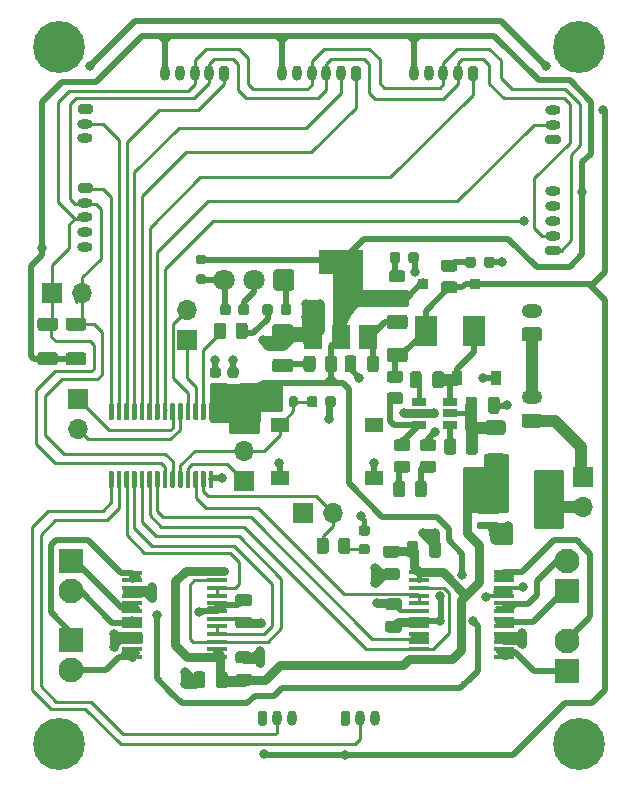
<source format=gbr>
%TF.GenerationSoftware,KiCad,Pcbnew,5.1.10*%
%TF.CreationDate,2021-06-15T07:02:33+02:00*%
%TF.ProjectId,nsumo,6e73756d-6f2e-46b6-9963-61645f706362,rev?*%
%TF.SameCoordinates,Original*%
%TF.FileFunction,Copper,L1,Top*%
%TF.FilePolarity,Positive*%
%FSLAX46Y46*%
G04 Gerber Fmt 4.6, Leading zero omitted, Abs format (unit mm)*
G04 Created by KiCad (PCBNEW 5.1.10) date 2021-06-15 07:02:33*
%MOMM*%
%LPD*%
G01*
G04 APERTURE LIST*
%TA.AperFunction,ComponentPad*%
%ADD10O,0.800000X1.300000*%
%TD*%
%TA.AperFunction,ComponentPad*%
%ADD11O,1.300000X0.800000*%
%TD*%
%TA.AperFunction,ComponentPad*%
%ADD12C,2.100000*%
%TD*%
%TA.AperFunction,ComponentPad*%
%ADD13R,2.100000X2.100000*%
%TD*%
%TA.AperFunction,SMDPad,CuDef*%
%ADD14R,1.500000X2.000000*%
%TD*%
%TA.AperFunction,SMDPad,CuDef*%
%ADD15R,3.800000X2.000000*%
%TD*%
%TA.AperFunction,ComponentPad*%
%ADD16C,0.700000*%
%TD*%
%TA.AperFunction,ComponentPad*%
%ADD17C,4.400000*%
%TD*%
%TA.AperFunction,ComponentPad*%
%ADD18O,1.750000X1.200000*%
%TD*%
%TA.AperFunction,ComponentPad*%
%ADD19O,1.700000X1.700000*%
%TD*%
%TA.AperFunction,ComponentPad*%
%ADD20R,1.700000X1.700000*%
%TD*%
%TA.AperFunction,SMDPad,CuDef*%
%ADD21R,1.550000X1.300000*%
%TD*%
%TA.AperFunction,SMDPad,CuDef*%
%ADD22R,1.220000X0.650000*%
%TD*%
%TA.AperFunction,ComponentPad*%
%ADD23R,0.850000X0.850000*%
%TD*%
%TA.AperFunction,SMDPad,CuDef*%
%ADD24R,1.900000X2.500000*%
%TD*%
%TA.AperFunction,SMDPad,CuDef*%
%ADD25R,0.900000X1.200000*%
%TD*%
%TA.AperFunction,SMDPad,CuDef*%
%ADD26R,1.750000X0.450000*%
%TD*%
%TA.AperFunction,ComponentPad*%
%ADD27C,1.800000*%
%TD*%
%TA.AperFunction,ViaPad*%
%ADD28C,0.800000*%
%TD*%
%TA.AperFunction,Conductor*%
%ADD29C,0.254000*%
%TD*%
%TA.AperFunction,Conductor*%
%ADD30C,0.508000*%
%TD*%
%TA.AperFunction,Conductor*%
%ADD31C,0.355600*%
%TD*%
%TA.AperFunction,Conductor*%
%ADD32C,0.457200*%
%TD*%
%TA.AperFunction,Conductor*%
%ADD33C,0.762000*%
%TD*%
%TA.AperFunction,Conductor*%
%ADD34C,1.000000*%
%TD*%
%TA.AperFunction,Conductor*%
%ADD35C,0.250000*%
%TD*%
%TA.AperFunction,Conductor*%
%ADD36C,0.800000*%
%TD*%
%TA.AperFunction,Conductor*%
%ADD37C,0.100000*%
%TD*%
%TA.AperFunction,Conductor*%
%ADD38C,0.300000*%
%TD*%
G04 APERTURE END LIST*
%TO.P,F2,2*%
%TO.N,Net-(C2-Pad1)*%
%TA.AperFunction,SMDPad,CuDef*%
G36*
G01*
X60225000Y-106875000D02*
X58975000Y-106875000D01*
G75*
G02*
X58725000Y-106625000I0J250000D01*
G01*
X58725000Y-105875000D01*
G75*
G02*
X58975000Y-105625000I250000J0D01*
G01*
X60225000Y-105625000D01*
G75*
G02*
X60475000Y-105875000I0J-250000D01*
G01*
X60475000Y-106625000D01*
G75*
G02*
X60225000Y-106875000I-250000J0D01*
G01*
G37*
%TD.AperFunction*%
%TO.P,F2,1*%
%TO.N,+5V*%
%TA.AperFunction,SMDPad,CuDef*%
G36*
G01*
X60225000Y-109675000D02*
X58975000Y-109675000D01*
G75*
G02*
X58725000Y-109425000I0J250000D01*
G01*
X58725000Y-108675000D01*
G75*
G02*
X58975000Y-108425000I250000J0D01*
G01*
X60225000Y-108425000D01*
G75*
G02*
X60475000Y-108675000I0J-250000D01*
G01*
X60475000Y-109425000D01*
G75*
G02*
X60225000Y-109675000I-250000J0D01*
G01*
G37*
%TD.AperFunction*%
%TD*%
%TO.P,F1,2*%
%TO.N,Net-(C1-Pad1)*%
%TA.AperFunction,SMDPad,CuDef*%
G36*
G01*
X68525000Y-115825000D02*
X67275000Y-115825000D01*
G75*
G02*
X67025000Y-115575000I0J250000D01*
G01*
X67025000Y-114825000D01*
G75*
G02*
X67275000Y-114575000I250000J0D01*
G01*
X68525000Y-114575000D01*
G75*
G02*
X68775000Y-114825000I0J-250000D01*
G01*
X68775000Y-115575000D01*
G75*
G02*
X68525000Y-115825000I-250000J0D01*
G01*
G37*
%TD.AperFunction*%
%TO.P,F1,1*%
%TO.N,+BATT*%
%TA.AperFunction,SMDPad,CuDef*%
G36*
G01*
X68525000Y-118625000D02*
X67275000Y-118625000D01*
G75*
G02*
X67025000Y-118375000I0J250000D01*
G01*
X67025000Y-117625000D01*
G75*
G02*
X67275000Y-117375000I250000J0D01*
G01*
X68525000Y-117375000D01*
G75*
G02*
X68775000Y-117625000I0J-250000D01*
G01*
X68775000Y-118375000D01*
G75*
G02*
X68525000Y-118625000I-250000J0D01*
G01*
G37*
%TD.AperFunction*%
%TD*%
%TO.P,U7,8*%
%TO.N,Net-(SW2-Pad2)*%
%TA.AperFunction,SMDPad,CuDef*%
G36*
G01*
X71300000Y-119845000D02*
X71300000Y-119545000D01*
G75*
G02*
X71450000Y-119395000I150000J0D01*
G01*
X73100000Y-119395000D01*
G75*
G02*
X73250000Y-119545000I0J-150000D01*
G01*
X73250000Y-119845000D01*
G75*
G02*
X73100000Y-119995000I-150000J0D01*
G01*
X71450000Y-119995000D01*
G75*
G02*
X71300000Y-119845000I0J150000D01*
G01*
G37*
%TD.AperFunction*%
%TO.P,U7,7*%
%TA.AperFunction,SMDPad,CuDef*%
G36*
G01*
X71300000Y-121115000D02*
X71300000Y-120815000D01*
G75*
G02*
X71450000Y-120665000I150000J0D01*
G01*
X73100000Y-120665000D01*
G75*
G02*
X73250000Y-120815000I0J-150000D01*
G01*
X73250000Y-121115000D01*
G75*
G02*
X73100000Y-121265000I-150000J0D01*
G01*
X71450000Y-121265000D01*
G75*
G02*
X71300000Y-121115000I0J150000D01*
G01*
G37*
%TD.AperFunction*%
%TO.P,U7,6*%
%TA.AperFunction,SMDPad,CuDef*%
G36*
G01*
X71300000Y-122385000D02*
X71300000Y-122085000D01*
G75*
G02*
X71450000Y-121935000I150000J0D01*
G01*
X73100000Y-121935000D01*
G75*
G02*
X73250000Y-122085000I0J-150000D01*
G01*
X73250000Y-122385000D01*
G75*
G02*
X73100000Y-122535000I-150000J0D01*
G01*
X71450000Y-122535000D01*
G75*
G02*
X71300000Y-122385000I0J150000D01*
G01*
G37*
%TD.AperFunction*%
%TO.P,U7,5*%
%TA.AperFunction,SMDPad,CuDef*%
G36*
G01*
X71300000Y-123655000D02*
X71300000Y-123355000D01*
G75*
G02*
X71450000Y-123205000I150000J0D01*
G01*
X73100000Y-123205000D01*
G75*
G02*
X73250000Y-123355000I0J-150000D01*
G01*
X73250000Y-123655000D01*
G75*
G02*
X73100000Y-123805000I-150000J0D01*
G01*
X71450000Y-123805000D01*
G75*
G02*
X71300000Y-123655000I0J150000D01*
G01*
G37*
%TD.AperFunction*%
%TO.P,U7,4*%
%TO.N,GND*%
%TA.AperFunction,SMDPad,CuDef*%
G36*
G01*
X66350000Y-123655000D02*
X66350000Y-123355000D01*
G75*
G02*
X66500000Y-123205000I150000J0D01*
G01*
X68150000Y-123205000D01*
G75*
G02*
X68300000Y-123355000I0J-150000D01*
G01*
X68300000Y-123655000D01*
G75*
G02*
X68150000Y-123805000I-150000J0D01*
G01*
X66500000Y-123805000D01*
G75*
G02*
X66350000Y-123655000I0J150000D01*
G01*
G37*
%TD.AperFunction*%
%TO.P,U7,3*%
%TO.N,+BATT*%
%TA.AperFunction,SMDPad,CuDef*%
G36*
G01*
X66350000Y-122385000D02*
X66350000Y-122085000D01*
G75*
G02*
X66500000Y-121935000I150000J0D01*
G01*
X68150000Y-121935000D01*
G75*
G02*
X68300000Y-122085000I0J-150000D01*
G01*
X68300000Y-122385000D01*
G75*
G02*
X68150000Y-122535000I-150000J0D01*
G01*
X66500000Y-122535000D01*
G75*
G02*
X66350000Y-122385000I0J150000D01*
G01*
G37*
%TD.AperFunction*%
%TO.P,U7,2*%
%TA.AperFunction,SMDPad,CuDef*%
G36*
G01*
X66350000Y-121115000D02*
X66350000Y-120815000D01*
G75*
G02*
X66500000Y-120665000I150000J0D01*
G01*
X68150000Y-120665000D01*
G75*
G02*
X68300000Y-120815000I0J-150000D01*
G01*
X68300000Y-121115000D01*
G75*
G02*
X68150000Y-121265000I-150000J0D01*
G01*
X66500000Y-121265000D01*
G75*
G02*
X66350000Y-121115000I0J150000D01*
G01*
G37*
%TD.AperFunction*%
%TO.P,U7,1*%
%TA.AperFunction,SMDPad,CuDef*%
G36*
G01*
X66350000Y-119845000D02*
X66350000Y-119545000D01*
G75*
G02*
X66500000Y-119395000I150000J0D01*
G01*
X68150000Y-119395000D01*
G75*
G02*
X68300000Y-119545000I0J-150000D01*
G01*
X68300000Y-119845000D01*
G75*
G02*
X68150000Y-119995000I-150000J0D01*
G01*
X66500000Y-119995000D01*
G75*
G02*
X66350000Y-119845000I0J150000D01*
G01*
G37*
%TD.AperFunction*%
%TD*%
%TO.P,C3,2*%
%TO.N,GND*%
%TA.AperFunction,SMDPad,CuDef*%
G36*
G01*
X50550001Y-107575000D02*
X49249999Y-107575000D01*
G75*
G02*
X49000000Y-107325001I0J249999D01*
G01*
X49000000Y-106674999D01*
G75*
G02*
X49249999Y-106425000I249999J0D01*
G01*
X50550001Y-106425000D01*
G75*
G02*
X50800000Y-106674999I0J-249999D01*
G01*
X50800000Y-107325001D01*
G75*
G02*
X50550001Y-107575000I-249999J0D01*
G01*
G37*
%TD.AperFunction*%
%TO.P,C3,1*%
%TO.N,Net-(C3-Pad1)*%
%TA.AperFunction,SMDPad,CuDef*%
G36*
G01*
X50550001Y-110525000D02*
X49249999Y-110525000D01*
G75*
G02*
X49000000Y-110275001I0J249999D01*
G01*
X49000000Y-109624999D01*
G75*
G02*
X49249999Y-109375000I249999J0D01*
G01*
X50550001Y-109375000D01*
G75*
G02*
X50800000Y-109624999I0J-249999D01*
G01*
X50800000Y-110275001D01*
G75*
G02*
X50550001Y-110525000I-249999J0D01*
G01*
G37*
%TD.AperFunction*%
%TD*%
%TO.P,J22,1*%
%TO.N,+5V*%
%TA.AperFunction,ComponentPad*%
G36*
G01*
X54800000Y-140250000D02*
X54800000Y-139350000D01*
G75*
G02*
X55000000Y-139150000I200000J0D01*
G01*
X55400000Y-139150000D01*
G75*
G02*
X55600000Y-139350000I0J-200000D01*
G01*
X55600000Y-140250000D01*
G75*
G02*
X55400000Y-140450000I-200000J0D01*
G01*
X55000000Y-140450000D01*
G75*
G02*
X54800000Y-140250000I0J200000D01*
G01*
G37*
%TD.AperFunction*%
D10*
%TO.P,J22,2*%
%TO.N,LD_BACK_RIGHT*%
X56450000Y-139800000D03*
%TO.P,J22,3*%
%TO.N,GND*%
X57700000Y-139800000D03*
%TD*%
D11*
%TO.P,J21,3*%
%TO.N,+5V*%
X72800000Y-88300000D03*
%TO.P,J21,2*%
%TO.N,LD_FRONT_RIGHT*%
X72800000Y-89550000D03*
%TO.P,J21,1*%
%TO.N,GND*%
%TA.AperFunction,ComponentPad*%
G36*
G01*
X73250000Y-91200000D02*
X72350000Y-91200000D01*
G75*
G02*
X72150000Y-91000000I0J200000D01*
G01*
X72150000Y-90600000D01*
G75*
G02*
X72350000Y-90400000I200000J0D01*
G01*
X73250000Y-90400000D01*
G75*
G02*
X73450000Y-90600000I0J-200000D01*
G01*
X73450000Y-91000000D01*
G75*
G02*
X73250000Y-91200000I-200000J0D01*
G01*
G37*
%TD.AperFunction*%
%TD*%
D10*
%TO.P,J20,3*%
%TO.N,GND*%
X50700000Y-139800000D03*
%TO.P,J20,2*%
%TO.N,LD_BACK_LEFT*%
X49450000Y-139800000D03*
%TO.P,J20,1*%
%TO.N,+5V*%
%TA.AperFunction,ComponentPad*%
G36*
G01*
X47800000Y-140250000D02*
X47800000Y-139350000D01*
G75*
G02*
X48000000Y-139150000I200000J0D01*
G01*
X48400000Y-139150000D01*
G75*
G02*
X48600000Y-139350000I0J-200000D01*
G01*
X48600000Y-140250000D01*
G75*
G02*
X48400000Y-140450000I-200000J0D01*
G01*
X48000000Y-140450000D01*
G75*
G02*
X47800000Y-140250000I0J200000D01*
G01*
G37*
%TD.AperFunction*%
%TD*%
D11*
%TO.P,J19,3*%
%TO.N,GND*%
X33200000Y-90700000D03*
%TO.P,J19,2*%
%TO.N,LD_FRONT_LEFT*%
X33200000Y-89450000D03*
%TO.P,J19,1*%
%TO.N,+5V*%
%TA.AperFunction,ComponentPad*%
G36*
G01*
X32750000Y-87800000D02*
X33650000Y-87800000D01*
G75*
G02*
X33850000Y-88000000I0J-200000D01*
G01*
X33850000Y-88400000D01*
G75*
G02*
X33650000Y-88600000I-200000J0D01*
G01*
X32750000Y-88600000D01*
G75*
G02*
X32550000Y-88400000I0J200000D01*
G01*
X32550000Y-88000000D01*
G75*
G02*
X32750000Y-87800000I200000J0D01*
G01*
G37*
%TD.AperFunction*%
%TD*%
D12*
%TO.P,J18,2*%
%TO.N,Net-(J18-Pad2)*%
X32000000Y-135740000D03*
D13*
%TO.P,J18,1*%
%TO.N,Net-(J18-Pad1)*%
X32000000Y-133200000D03*
%TD*%
D12*
%TO.P,J17,2*%
%TO.N,Net-(J17-Pad2)*%
X32000000Y-129040000D03*
D13*
%TO.P,J17,1*%
%TO.N,Net-(J17-Pad1)*%
X32000000Y-126500000D03*
%TD*%
D12*
%TO.P,J15,2*%
%TO.N,Net-(J15-Pad2)*%
X73950000Y-133223000D03*
D13*
%TO.P,J15,1*%
%TO.N,Net-(J15-Pad1)*%
X73950000Y-135763000D03*
%TD*%
D12*
%TO.P,J14,2*%
%TO.N,Net-(J14-Pad2)*%
X73950000Y-126500000D03*
D13*
%TO.P,J14,1*%
%TO.N,Net-(J14-Pad1)*%
X73950000Y-129040000D03*
%TD*%
%TO.P,C14,2*%
%TO.N,GND*%
%TA.AperFunction,SMDPad,CuDef*%
G36*
G01*
X62300000Y-125975000D02*
X62300000Y-125025000D01*
G75*
G02*
X62550000Y-124775000I250000J0D01*
G01*
X63050000Y-124775000D01*
G75*
G02*
X63300000Y-125025000I0J-250000D01*
G01*
X63300000Y-125975000D01*
G75*
G02*
X63050000Y-126225000I-250000J0D01*
G01*
X62550000Y-126225000D01*
G75*
G02*
X62300000Y-125975000I0J250000D01*
G01*
G37*
%TD.AperFunction*%
%TO.P,C14,1*%
%TO.N,+BATT*%
%TA.AperFunction,SMDPad,CuDef*%
G36*
G01*
X60400000Y-125975000D02*
X60400000Y-125025000D01*
G75*
G02*
X60650000Y-124775000I250000J0D01*
G01*
X61150000Y-124775000D01*
G75*
G02*
X61400000Y-125025000I0J-250000D01*
G01*
X61400000Y-125975000D01*
G75*
G02*
X61150000Y-126225000I-250000J0D01*
G01*
X60650000Y-126225000D01*
G75*
G02*
X60400000Y-125975000I0J250000D01*
G01*
G37*
%TD.AperFunction*%
%TD*%
%TO.P,C13,2*%
%TO.N,GND*%
%TA.AperFunction,SMDPad,CuDef*%
G36*
G01*
X47075000Y-135150000D02*
X46125000Y-135150000D01*
G75*
G02*
X45875000Y-134900000I0J250000D01*
G01*
X45875000Y-134400000D01*
G75*
G02*
X46125000Y-134150000I250000J0D01*
G01*
X47075000Y-134150000D01*
G75*
G02*
X47325000Y-134400000I0J-250000D01*
G01*
X47325000Y-134900000D01*
G75*
G02*
X47075000Y-135150000I-250000J0D01*
G01*
G37*
%TD.AperFunction*%
%TO.P,C13,1*%
%TO.N,+BATT*%
%TA.AperFunction,SMDPad,CuDef*%
G36*
G01*
X47075000Y-137050000D02*
X46125000Y-137050000D01*
G75*
G02*
X45875000Y-136800000I0J250000D01*
G01*
X45875000Y-136300000D01*
G75*
G02*
X46125000Y-136050000I250000J0D01*
G01*
X47075000Y-136050000D01*
G75*
G02*
X47325000Y-136300000I0J-250000D01*
G01*
X47325000Y-136800000D01*
G75*
G02*
X47075000Y-137050000I-250000J0D01*
G01*
G37*
%TD.AperFunction*%
%TD*%
%TO.P,C12,2*%
%TO.N,GND*%
%TA.AperFunction,SMDPad,CuDef*%
G36*
G01*
X58625000Y-127100000D02*
X59575000Y-127100000D01*
G75*
G02*
X59825000Y-127350000I0J-250000D01*
G01*
X59825000Y-127850000D01*
G75*
G02*
X59575000Y-128100000I-250000J0D01*
G01*
X58625000Y-128100000D01*
G75*
G02*
X58375000Y-127850000I0J250000D01*
G01*
X58375000Y-127350000D01*
G75*
G02*
X58625000Y-127100000I250000J0D01*
G01*
G37*
%TD.AperFunction*%
%TO.P,C12,1*%
%TO.N,+BATT*%
%TA.AperFunction,SMDPad,CuDef*%
G36*
G01*
X58625000Y-125200000D02*
X59575000Y-125200000D01*
G75*
G02*
X59825000Y-125450000I0J-250000D01*
G01*
X59825000Y-125950000D01*
G75*
G02*
X59575000Y-126200000I-250000J0D01*
G01*
X58625000Y-126200000D01*
G75*
G02*
X58375000Y-125950000I0J250000D01*
G01*
X58375000Y-125450000D01*
G75*
G02*
X58625000Y-125200000I250000J0D01*
G01*
G37*
%TD.AperFunction*%
%TD*%
%TO.P,C11,2*%
%TO.N,GND*%
%TA.AperFunction,SMDPad,CuDef*%
G36*
G01*
X43350000Y-136075000D02*
X43350000Y-137025000D01*
G75*
G02*
X43100000Y-137275000I-250000J0D01*
G01*
X42600000Y-137275000D01*
G75*
G02*
X42350000Y-137025000I0J250000D01*
G01*
X42350000Y-136075000D01*
G75*
G02*
X42600000Y-135825000I250000J0D01*
G01*
X43100000Y-135825000D01*
G75*
G02*
X43350000Y-136075000I0J-250000D01*
G01*
G37*
%TD.AperFunction*%
%TO.P,C11,1*%
%TO.N,+BATT*%
%TA.AperFunction,SMDPad,CuDef*%
G36*
G01*
X45250000Y-136075000D02*
X45250000Y-137025000D01*
G75*
G02*
X45000000Y-137275000I-250000J0D01*
G01*
X44500000Y-137275000D01*
G75*
G02*
X44250000Y-137025000I0J250000D01*
G01*
X44250000Y-136075000D01*
G75*
G02*
X44500000Y-135825000I250000J0D01*
G01*
X45000000Y-135825000D01*
G75*
G02*
X45250000Y-136075000I0J-250000D01*
G01*
G37*
%TD.AperFunction*%
%TD*%
%TO.P,C10,2*%
%TO.N,GND*%
%TA.AperFunction,SMDPad,CuDef*%
G36*
G01*
X59775000Y-130650000D02*
X58825000Y-130650000D01*
G75*
G02*
X58575000Y-130400000I0J250000D01*
G01*
X58575000Y-129900000D01*
G75*
G02*
X58825000Y-129650000I250000J0D01*
G01*
X59775000Y-129650000D01*
G75*
G02*
X60025000Y-129900000I0J-250000D01*
G01*
X60025000Y-130400000D01*
G75*
G02*
X59775000Y-130650000I-250000J0D01*
G01*
G37*
%TD.AperFunction*%
%TO.P,C10,1*%
%TO.N,+3V3*%
%TA.AperFunction,SMDPad,CuDef*%
G36*
G01*
X59775000Y-132550000D02*
X58825000Y-132550000D01*
G75*
G02*
X58575000Y-132300000I0J250000D01*
G01*
X58575000Y-131800000D01*
G75*
G02*
X58825000Y-131550000I250000J0D01*
G01*
X59775000Y-131550000D01*
G75*
G02*
X60025000Y-131800000I0J-250000D01*
G01*
X60025000Y-132300000D01*
G75*
G02*
X59775000Y-132550000I-250000J0D01*
G01*
G37*
%TD.AperFunction*%
%TD*%
%TO.P,C9,2*%
%TO.N,GND*%
%TA.AperFunction,SMDPad,CuDef*%
G36*
G01*
X46125000Y-131200000D02*
X47075000Y-131200000D01*
G75*
G02*
X47325000Y-131450000I0J-250000D01*
G01*
X47325000Y-131950000D01*
G75*
G02*
X47075000Y-132200000I-250000J0D01*
G01*
X46125000Y-132200000D01*
G75*
G02*
X45875000Y-131950000I0J250000D01*
G01*
X45875000Y-131450000D01*
G75*
G02*
X46125000Y-131200000I250000J0D01*
G01*
G37*
%TD.AperFunction*%
%TO.P,C9,1*%
%TO.N,+3V3*%
%TA.AperFunction,SMDPad,CuDef*%
G36*
G01*
X46125000Y-129300000D02*
X47075000Y-129300000D01*
G75*
G02*
X47325000Y-129550000I0J-250000D01*
G01*
X47325000Y-130050000D01*
G75*
G02*
X47075000Y-130300000I-250000J0D01*
G01*
X46125000Y-130300000D01*
G75*
G02*
X45875000Y-130050000I0J250000D01*
G01*
X45875000Y-129550000D01*
G75*
G02*
X46125000Y-129300000I250000J0D01*
G01*
G37*
%TD.AperFunction*%
%TD*%
D14*
%TO.P,U5,1*%
%TO.N,GND*%
X52500000Y-107495000D03*
%TO.P,U5,3*%
%TO.N,Net-(C2-Pad1)*%
X57100000Y-107495000D03*
%TO.P,U5,2*%
%TO.N,+3V3*%
X54800000Y-107495000D03*
D15*
X54800000Y-101195000D03*
%TD*%
%TO.P,R9,2*%
%TO.N,SCL*%
%TA.AperFunction,SMDPad,CuDef*%
G36*
G01*
X30625003Y-107000000D02*
X29374997Y-107000000D01*
G75*
G02*
X29125000Y-106750003I0J249997D01*
G01*
X29125000Y-106124997D01*
G75*
G02*
X29374997Y-105875000I249997J0D01*
G01*
X30625003Y-105875000D01*
G75*
G02*
X30875000Y-106124997I0J-249997D01*
G01*
X30875000Y-106750003D01*
G75*
G02*
X30625003Y-107000000I-249997J0D01*
G01*
G37*
%TD.AperFunction*%
%TO.P,R9,1*%
%TO.N,+3V3*%
%TA.AperFunction,SMDPad,CuDef*%
G36*
G01*
X30625003Y-109925000D02*
X29374997Y-109925000D01*
G75*
G02*
X29125000Y-109675003I0J249997D01*
G01*
X29125000Y-109049997D01*
G75*
G02*
X29374997Y-108800000I249997J0D01*
G01*
X30625003Y-108800000D01*
G75*
G02*
X30875000Y-109049997I0J-249997D01*
G01*
X30875000Y-109675003D01*
G75*
G02*
X30625003Y-109925000I-249997J0D01*
G01*
G37*
%TD.AperFunction*%
%TD*%
%TO.P,R8,2*%
%TO.N,SDA*%
%TA.AperFunction,SMDPad,CuDef*%
G36*
G01*
X33025003Y-107000000D02*
X31774997Y-107000000D01*
G75*
G02*
X31525000Y-106750003I0J249997D01*
G01*
X31525000Y-106124997D01*
G75*
G02*
X31774997Y-105875000I249997J0D01*
G01*
X33025003Y-105875000D01*
G75*
G02*
X33275000Y-106124997I0J-249997D01*
G01*
X33275000Y-106750003D01*
G75*
G02*
X33025003Y-107000000I-249997J0D01*
G01*
G37*
%TD.AperFunction*%
%TO.P,R8,1*%
%TO.N,+3V3*%
%TA.AperFunction,SMDPad,CuDef*%
G36*
G01*
X33025003Y-109925000D02*
X31774997Y-109925000D01*
G75*
G02*
X31525000Y-109675003I0J249997D01*
G01*
X31525000Y-109049997D01*
G75*
G02*
X31774997Y-108800000I249997J0D01*
G01*
X33025003Y-108800000D01*
G75*
G02*
X33275000Y-109049997I0J-249997D01*
G01*
X33275000Y-109675003D01*
G75*
G02*
X33025003Y-109925000I-249997J0D01*
G01*
G37*
%TD.AperFunction*%
%TD*%
D11*
%TO.P,J1,5*%
%TO.N,+3V3*%
X33200000Y-99900000D03*
%TO.P,J1,4*%
%TO.N,GND*%
X33200000Y-98650000D03*
%TO.P,J1,3*%
%TO.N,SCL*%
X33200000Y-97400000D03*
%TO.P,J1,2*%
%TO.N,SDA*%
X33200000Y-96150000D03*
%TO.P,J1,1*%
%TO.N,xshut_left*%
%TA.AperFunction,ComponentPad*%
G36*
G01*
X32750000Y-94500000D02*
X33650000Y-94500000D01*
G75*
G02*
X33850000Y-94700000I0J-200000D01*
G01*
X33850000Y-95100000D01*
G75*
G02*
X33650000Y-95300000I-200000J0D01*
G01*
X32750000Y-95300000D01*
G75*
G02*
X32550000Y-95100000I0J200000D01*
G01*
X32550000Y-94700000D01*
G75*
G02*
X32750000Y-94500000I200000J0D01*
G01*
G37*
%TD.AperFunction*%
%TD*%
D10*
%TO.P,J4,5*%
%TO.N,+3V3*%
X39950000Y-85200000D03*
%TO.P,J4,4*%
%TO.N,GND*%
X41200000Y-85200000D03*
%TO.P,J4,3*%
%TO.N,SCL*%
X42450000Y-85200000D03*
%TO.P,J4,2*%
%TO.N,SDA*%
X43700000Y-85200000D03*
%TO.P,J4,1*%
%TO.N,xshut_front_left*%
%TA.AperFunction,ComponentPad*%
G36*
G01*
X45350000Y-84750000D02*
X45350000Y-85650000D01*
G75*
G02*
X45150000Y-85850000I-200000J0D01*
G01*
X44750000Y-85850000D01*
G75*
G02*
X44550000Y-85650000I0J200000D01*
G01*
X44550000Y-84750000D01*
G75*
G02*
X44750000Y-84550000I200000J0D01*
G01*
X45150000Y-84550000D01*
G75*
G02*
X45350000Y-84750000I0J-200000D01*
G01*
G37*
%TD.AperFunction*%
%TD*%
%TO.P,J2,6*%
%TO.N,+3V3*%
X49850000Y-85200000D03*
%TO.P,J2,5*%
%TO.N,GND*%
X51100000Y-85200000D03*
%TO.P,J2,4*%
%TO.N,SCL*%
X52350000Y-85200000D03*
%TO.P,J2,3*%
%TO.N,SDA*%
X53600000Y-85200000D03*
%TO.P,J2,2*%
%TO.N,xshut_front*%
X54850000Y-85200000D03*
%TO.P,J2,1*%
%TO.N,RS_FRONT_INT*%
%TA.AperFunction,ComponentPad*%
G36*
G01*
X56500000Y-84750000D02*
X56500000Y-85650000D01*
G75*
G02*
X56300000Y-85850000I-200000J0D01*
G01*
X55900000Y-85850000D01*
G75*
G02*
X55700000Y-85650000I0J200000D01*
G01*
X55700000Y-84750000D01*
G75*
G02*
X55900000Y-84550000I200000J0D01*
G01*
X56300000Y-84550000D01*
G75*
G02*
X56500000Y-84750000I0J-200000D01*
G01*
G37*
%TD.AperFunction*%
%TD*%
D16*
%TO.P,H4,1*%
%TO.N,GND*%
X32166726Y-81833274D03*
X31000000Y-81350000D03*
X29833274Y-81833274D03*
X29350000Y-83000000D03*
X29833274Y-84166726D03*
X31000000Y-84650000D03*
X32166726Y-84166726D03*
X32650000Y-83000000D03*
D17*
X31000000Y-83000000D03*
%TD*%
D16*
%TO.P,H3,1*%
%TO.N,GND*%
X76166726Y-81833274D03*
X75000000Y-81350000D03*
X73833274Y-81833274D03*
X73350000Y-83000000D03*
X73833274Y-84166726D03*
X75000000Y-84650000D03*
X76166726Y-84166726D03*
X76650000Y-83000000D03*
D17*
X75000000Y-83000000D03*
%TD*%
D16*
%TO.P,H2,1*%
%TO.N,GND*%
X32166726Y-140833274D03*
X31000000Y-140350000D03*
X29833274Y-140833274D03*
X29350000Y-142000000D03*
X29833274Y-143166726D03*
X31000000Y-143650000D03*
X32166726Y-143166726D03*
X32650000Y-142000000D03*
D17*
X31000000Y-142000000D03*
%TD*%
D16*
%TO.P,H1,1*%
%TO.N,GND*%
X76166726Y-140833274D03*
X75000000Y-140350000D03*
X73833274Y-140833274D03*
X73350000Y-142000000D03*
X73833274Y-143166726D03*
X75000000Y-143650000D03*
X76166726Y-143166726D03*
X76650000Y-142000000D03*
D17*
X75000000Y-142000000D03*
%TD*%
D18*
%TO.P,J5,2*%
%TO.N,GND*%
X71000000Y-105300000D03*
%TO.P,J5,1*%
%TO.N,Net-(J3-Pad2)*%
%TA.AperFunction,ComponentPad*%
G36*
G01*
X71625001Y-107900000D02*
X70374999Y-107900000D01*
G75*
G02*
X70125000Y-107650001I0J249999D01*
G01*
X70125000Y-106949999D01*
G75*
G02*
X70374999Y-106700000I249999J0D01*
G01*
X71625001Y-106700000D01*
G75*
G02*
X71875000Y-106949999I0J-249999D01*
G01*
X71875000Y-107650001D01*
G75*
G02*
X71625001Y-107900000I-249999J0D01*
G01*
G37*
%TD.AperFunction*%
%TD*%
%TO.P,J3,2*%
%TO.N,Net-(J3-Pad2)*%
X71000000Y-112600000D03*
%TO.P,J3,1*%
%TO.N,Net-(J3-Pad1)*%
%TA.AperFunction,ComponentPad*%
G36*
G01*
X71625001Y-115200000D02*
X70374999Y-115200000D01*
G75*
G02*
X70125000Y-114950001I0J249999D01*
G01*
X70125000Y-114249999D01*
G75*
G02*
X70374999Y-114000000I249999J0D01*
G01*
X71625001Y-114000000D01*
G75*
G02*
X71875000Y-114249999I0J-249999D01*
G01*
X71875000Y-114950001D01*
G75*
G02*
X71625001Y-115200000I-249999J0D01*
G01*
G37*
%TD.AperFunction*%
%TD*%
D11*
%TO.P,J9,5*%
%TO.N,+3V3*%
X72800000Y-95200000D03*
%TO.P,J9,4*%
%TO.N,GND*%
X72800000Y-96450000D03*
%TO.P,J9,3*%
%TO.N,xshut_right*%
X72800000Y-97700000D03*
%TO.P,J9,2*%
%TO.N,SDA*%
X72800000Y-98950000D03*
%TO.P,J9,1*%
%TO.N,SCL*%
%TA.AperFunction,ComponentPad*%
G36*
G01*
X73250000Y-100600000D02*
X72350000Y-100600000D01*
G75*
G02*
X72150000Y-100400000I0J200000D01*
G01*
X72150000Y-100000000D01*
G75*
G02*
X72350000Y-99800000I200000J0D01*
G01*
X73250000Y-99800000D01*
G75*
G02*
X73450000Y-100000000I0J-200000D01*
G01*
X73450000Y-100400000D01*
G75*
G02*
X73250000Y-100600000I-200000J0D01*
G01*
G37*
%TD.AperFunction*%
%TD*%
D10*
%TO.P,J7,5*%
%TO.N,+3V3*%
X61000000Y-85200000D03*
%TO.P,J7,4*%
%TO.N,GND*%
X62250000Y-85200000D03*
%TO.P,J7,3*%
%TO.N,SCL*%
X63500000Y-85200000D03*
%TO.P,J7,2*%
%TO.N,SDA*%
X64750000Y-85200000D03*
%TO.P,J7,1*%
%TO.N,xshut_front_right*%
%TA.AperFunction,ComponentPad*%
G36*
G01*
X66400000Y-84750000D02*
X66400000Y-85650000D01*
G75*
G02*
X66200000Y-85850000I-200000J0D01*
G01*
X65800000Y-85850000D01*
G75*
G02*
X65600000Y-85650000I0J200000D01*
G01*
X65600000Y-84750000D01*
G75*
G02*
X65800000Y-84550000I200000J0D01*
G01*
X66200000Y-84550000D01*
G75*
G02*
X66400000Y-84750000I0J-200000D01*
G01*
G37*
%TD.AperFunction*%
%TD*%
D19*
%TO.P,J6,2*%
%TO.N,SDA*%
X32940000Y-103800000D03*
D20*
%TO.P,J6,1*%
%TO.N,SCL*%
X30400000Y-103800000D03*
%TD*%
%TO.P,R5,2*%
%TO.N,Net-(D6-Pad2)*%
%TA.AperFunction,SMDPad,CuDef*%
G36*
G01*
X54600000Y-125650002D02*
X54600000Y-124749998D01*
G75*
G02*
X54849998Y-124500000I249998J0D01*
G01*
X55375002Y-124500000D01*
G75*
G02*
X55625000Y-124749998I0J-249998D01*
G01*
X55625000Y-125650002D01*
G75*
G02*
X55375002Y-125900000I-249998J0D01*
G01*
X54849998Y-125900000D01*
G75*
G02*
X54600000Y-125650002I0J249998D01*
G01*
G37*
%TD.AperFunction*%
%TO.P,R5,1*%
%TO.N,P26UNUSED*%
%TA.AperFunction,SMDPad,CuDef*%
G36*
G01*
X52775000Y-125650002D02*
X52775000Y-124749998D01*
G75*
G02*
X53024998Y-124500000I249998J0D01*
G01*
X53550002Y-124500000D01*
G75*
G02*
X53800000Y-124749998I0J-249998D01*
G01*
X53800000Y-125650002D01*
G75*
G02*
X53550002Y-125900000I-249998J0D01*
G01*
X53024998Y-125900000D01*
G75*
G02*
X52775000Y-125650002I0J249998D01*
G01*
G37*
%TD.AperFunction*%
%TD*%
D19*
%TO.P,J12,2*%
%TO.N,P26UNUSED*%
X54140000Y-122400000D03*
D20*
%TO.P,J12,1*%
%TO.N,GND*%
X51600000Y-122400000D03*
%TD*%
D19*
%TO.P,J11,3*%
%TO.N,+3V3*%
X46600000Y-114600000D03*
%TO.P,J11,2*%
%TO.N,RST*%
X46600000Y-117140000D03*
D20*
%TO.P,J11,1*%
%TO.N,SBWTCK*%
X46600000Y-119680000D03*
%TD*%
D19*
%TO.P,J8,2*%
%TO.N,P13UNUSED*%
X32600000Y-115340000D03*
D20*
%TO.P,J8,1*%
%TO.N,P14UNUSED*%
X32600000Y-112800000D03*
%TD*%
D19*
%TO.P,J10,2*%
%TO.N,Net-(J10-Pad2)*%
X41800000Y-105260000D03*
D20*
%TO.P,J10,1*%
%TO.N,Net-(J10-Pad1)*%
X41800000Y-107800000D03*
%TD*%
%TO.P,D5,2*%
%TO.N,Net-(D5-Pad2)*%
%TA.AperFunction,SMDPad,CuDef*%
G36*
G01*
X49762500Y-105456250D02*
X49762500Y-104943750D01*
G75*
G02*
X49981250Y-104725000I218750J0D01*
G01*
X50418750Y-104725000D01*
G75*
G02*
X50637500Y-104943750I0J-218750D01*
G01*
X50637500Y-105456250D01*
G75*
G02*
X50418750Y-105675000I-218750J0D01*
G01*
X49981250Y-105675000D01*
G75*
G02*
X49762500Y-105456250I0J218750D01*
G01*
G37*
%TD.AperFunction*%
%TO.P,D5,1*%
%TO.N,Net-(D5-Pad1)*%
%TA.AperFunction,SMDPad,CuDef*%
G36*
G01*
X48187500Y-105456250D02*
X48187500Y-104943750D01*
G75*
G02*
X48406250Y-104725000I218750J0D01*
G01*
X48843750Y-104725000D01*
G75*
G02*
X49062500Y-104943750I0J-218750D01*
G01*
X49062500Y-105456250D01*
G75*
G02*
X48843750Y-105675000I-218750J0D01*
G01*
X48406250Y-105675000D01*
G75*
G02*
X48187500Y-105456250I0J218750D01*
G01*
G37*
%TD.AperFunction*%
%TD*%
D19*
%TO.P,SW2,2*%
%TO.N,Net-(SW2-Pad2)*%
X75300000Y-121940000D03*
D20*
%TO.P,SW2,1*%
%TO.N,Net-(J3-Pad1)*%
X75300000Y-119400000D03*
%TD*%
D21*
%TO.P,SW1,2*%
%TO.N,RST*%
X49650000Y-114950000D03*
%TO.P,SW1,1*%
%TO.N,GND*%
X49650000Y-119450000D03*
X57600000Y-119450000D03*
%TO.P,SW1,2*%
%TO.N,RST*%
X57600000Y-114950000D03*
%TD*%
D22*
%TO.P,U2,6*%
%TO.N,Net-(C4-Pad2)*%
X64051000Y-113046000D03*
%TO.P,U2,5*%
%TO.N,Net-(C1-Pad1)*%
X64051000Y-113996000D03*
%TO.P,U2,4*%
%TO.N,Net-(R3-Pad2)*%
X64051000Y-114946000D03*
%TO.P,U2,3*%
%TO.N,Net-(R12-Pad2)*%
X61431000Y-114946000D03*
%TO.P,U2,2*%
%TO.N,GND*%
X61431000Y-113996000D03*
%TO.P,U2,1*%
%TO.N,Net-(C4-Pad1)*%
X61431000Y-113046000D03*
%TD*%
D23*
%TO.P,TP2,1*%
%TO.N,+5V*%
X66200000Y-103000000D03*
%TD*%
%TO.P,R15,2*%
%TO.N,GND*%
%TA.AperFunction,SMDPad,CuDef*%
G36*
G01*
X62650002Y-117200000D02*
X61749998Y-117200000D01*
G75*
G02*
X61500000Y-116950002I0J249998D01*
G01*
X61500000Y-116424998D01*
G75*
G02*
X61749998Y-116175000I249998J0D01*
G01*
X62650002Y-116175000D01*
G75*
G02*
X62900000Y-116424998I0J-249998D01*
G01*
X62900000Y-116950002D01*
G75*
G02*
X62650002Y-117200000I-249998J0D01*
G01*
G37*
%TD.AperFunction*%
%TO.P,R15,1*%
%TO.N,Net-(R14-Pad2)*%
%TA.AperFunction,SMDPad,CuDef*%
G36*
G01*
X62650002Y-119025000D02*
X61749998Y-119025000D01*
G75*
G02*
X61500000Y-118775002I0J249998D01*
G01*
X61500000Y-118249998D01*
G75*
G02*
X61749998Y-118000000I249998J0D01*
G01*
X62650002Y-118000000D01*
G75*
G02*
X62900000Y-118249998I0J-249998D01*
G01*
X62900000Y-118775002D01*
G75*
G02*
X62650002Y-119025000I-249998J0D01*
G01*
G37*
%TD.AperFunction*%
%TD*%
%TO.P,R14,2*%
%TO.N,Net-(R14-Pad2)*%
%TA.AperFunction,SMDPad,CuDef*%
G36*
G01*
X61087500Y-120850002D02*
X61087500Y-119949998D01*
G75*
G02*
X61337498Y-119700000I249998J0D01*
G01*
X61862502Y-119700000D01*
G75*
G02*
X62112500Y-119949998I0J-249998D01*
G01*
X62112500Y-120850002D01*
G75*
G02*
X61862502Y-121100000I-249998J0D01*
G01*
X61337498Y-121100000D01*
G75*
G02*
X61087500Y-120850002I0J249998D01*
G01*
G37*
%TD.AperFunction*%
%TO.P,R14,1*%
%TO.N,Net-(R13-Pad2)*%
%TA.AperFunction,SMDPad,CuDef*%
G36*
G01*
X59262500Y-120850002D02*
X59262500Y-119949998D01*
G75*
G02*
X59512498Y-119700000I249998J0D01*
G01*
X60037502Y-119700000D01*
G75*
G02*
X60287500Y-119949998I0J-249998D01*
G01*
X60287500Y-120850002D01*
G75*
G02*
X60037502Y-121100000I-249998J0D01*
G01*
X59512498Y-121100000D01*
G75*
G02*
X59262500Y-120850002I0J249998D01*
G01*
G37*
%TD.AperFunction*%
%TD*%
%TO.P,R13,2*%
%TO.N,Net-(R13-Pad2)*%
%TA.AperFunction,SMDPad,CuDef*%
G36*
G01*
X59549998Y-118000000D02*
X60450002Y-118000000D01*
G75*
G02*
X60700000Y-118249998I0J-249998D01*
G01*
X60700000Y-118775002D01*
G75*
G02*
X60450002Y-119025000I-249998J0D01*
G01*
X59549998Y-119025000D01*
G75*
G02*
X59300000Y-118775002I0J249998D01*
G01*
X59300000Y-118249998D01*
G75*
G02*
X59549998Y-118000000I249998J0D01*
G01*
G37*
%TD.AperFunction*%
%TO.P,R13,1*%
%TO.N,Net-(R12-Pad2)*%
%TA.AperFunction,SMDPad,CuDef*%
G36*
G01*
X59549998Y-116175000D02*
X60450002Y-116175000D01*
G75*
G02*
X60700000Y-116424998I0J-249998D01*
G01*
X60700000Y-116950002D01*
G75*
G02*
X60450002Y-117200000I-249998J0D01*
G01*
X59549998Y-117200000D01*
G75*
G02*
X59300000Y-116950002I0J249998D01*
G01*
X59300000Y-116424998D01*
G75*
G02*
X59549998Y-116175000I249998J0D01*
G01*
G37*
%TD.AperFunction*%
%TD*%
%TO.P,R12,2*%
%TO.N,Net-(R12-Pad2)*%
%TA.AperFunction,SMDPad,CuDef*%
G36*
G01*
X58949998Y-112200000D02*
X59850002Y-112200000D01*
G75*
G02*
X60100000Y-112449998I0J-249998D01*
G01*
X60100000Y-112975002D01*
G75*
G02*
X59850002Y-113225000I-249998J0D01*
G01*
X58949998Y-113225000D01*
G75*
G02*
X58700000Y-112975002I0J249998D01*
G01*
X58700000Y-112449998D01*
G75*
G02*
X58949998Y-112200000I249998J0D01*
G01*
G37*
%TD.AperFunction*%
%TO.P,R12,1*%
%TO.N,+5V*%
%TA.AperFunction,SMDPad,CuDef*%
G36*
G01*
X58949998Y-110375000D02*
X59850002Y-110375000D01*
G75*
G02*
X60100000Y-110624998I0J-249998D01*
G01*
X60100000Y-111150002D01*
G75*
G02*
X59850002Y-111400000I-249998J0D01*
G01*
X58949998Y-111400000D01*
G75*
G02*
X58700000Y-111150002I0J249998D01*
G01*
X58700000Y-110624998D01*
G75*
G02*
X58949998Y-110375000I249998J0D01*
G01*
G37*
%TD.AperFunction*%
%TD*%
%TO.P,R3,2*%
%TO.N,Net-(R3-Pad2)*%
%TA.AperFunction,SMDPad,CuDef*%
G36*
G01*
X64600000Y-116349998D02*
X64600000Y-117250002D01*
G75*
G02*
X64350002Y-117500000I-249998J0D01*
G01*
X63824998Y-117500000D01*
G75*
G02*
X63575000Y-117250002I0J249998D01*
G01*
X63575000Y-116349998D01*
G75*
G02*
X63824998Y-116100000I249998J0D01*
G01*
X64350002Y-116100000D01*
G75*
G02*
X64600000Y-116349998I0J-249998D01*
G01*
G37*
%TD.AperFunction*%
%TO.P,R3,1*%
%TO.N,Net-(C1-Pad1)*%
%TA.AperFunction,SMDPad,CuDef*%
G36*
G01*
X66425000Y-116349998D02*
X66425000Y-117250002D01*
G75*
G02*
X66175002Y-117500000I-249998J0D01*
G01*
X65649998Y-117500000D01*
G75*
G02*
X65400000Y-117250002I0J249998D01*
G01*
X65400000Y-116349998D01*
G75*
G02*
X65649998Y-116100000I249998J0D01*
G01*
X66175002Y-116100000D01*
G75*
G02*
X66425000Y-116349998I0J-249998D01*
G01*
G37*
%TD.AperFunction*%
%TD*%
D24*
%TO.P,L1,1*%
%TO.N,Net-(C4-Pad2)*%
X66100000Y-107000000D03*
%TO.P,L1,2*%
%TO.N,+5V*%
X62000000Y-107000000D03*
%TD*%
D25*
%TO.P,D4,2*%
%TO.N,GND*%
X68000000Y-111000000D03*
%TO.P,D4,1*%
%TO.N,Net-(C4-Pad2)*%
X64700000Y-111000000D03*
%TD*%
%TO.P,C4,2*%
%TO.N,Net-(C4-Pad2)*%
%TA.AperFunction,SMDPad,CuDef*%
G36*
G01*
X62577000Y-111616000D02*
X62577000Y-110666000D01*
G75*
G02*
X62827000Y-110416000I250000J0D01*
G01*
X63327000Y-110416000D01*
G75*
G02*
X63577000Y-110666000I0J-250000D01*
G01*
X63577000Y-111616000D01*
G75*
G02*
X63327000Y-111866000I-250000J0D01*
G01*
X62827000Y-111866000D01*
G75*
G02*
X62577000Y-111616000I0J250000D01*
G01*
G37*
%TD.AperFunction*%
%TO.P,C4,1*%
%TO.N,Net-(C4-Pad1)*%
%TA.AperFunction,SMDPad,CuDef*%
G36*
G01*
X60677000Y-111616000D02*
X60677000Y-110666000D01*
G75*
G02*
X60927000Y-110416000I250000J0D01*
G01*
X61427000Y-110416000D01*
G75*
G02*
X61677000Y-110666000I0J-250000D01*
G01*
X61677000Y-111616000D01*
G75*
G02*
X61427000Y-111866000I-250000J0D01*
G01*
X60927000Y-111866000D01*
G75*
G02*
X60677000Y-111616000I0J250000D01*
G01*
G37*
%TD.AperFunction*%
%TD*%
%TO.P,C1,2*%
%TO.N,GND*%
%TA.AperFunction,SMDPad,CuDef*%
G36*
G01*
X67281000Y-113775000D02*
X67281000Y-112825000D01*
G75*
G02*
X67531000Y-112575000I250000J0D01*
G01*
X68031000Y-112575000D01*
G75*
G02*
X68281000Y-112825000I0J-250000D01*
G01*
X68281000Y-113775000D01*
G75*
G02*
X68031000Y-114025000I-250000J0D01*
G01*
X67531000Y-114025000D01*
G75*
G02*
X67281000Y-113775000I0J250000D01*
G01*
G37*
%TD.AperFunction*%
%TO.P,C1,1*%
%TO.N,Net-(C1-Pad1)*%
%TA.AperFunction,SMDPad,CuDef*%
G36*
G01*
X65381000Y-113775000D02*
X65381000Y-112825000D01*
G75*
G02*
X65631000Y-112575000I250000J0D01*
G01*
X66131000Y-112575000D01*
G75*
G02*
X66381000Y-112825000I0J-250000D01*
G01*
X66381000Y-113775000D01*
G75*
G02*
X66131000Y-114025000I-250000J0D01*
G01*
X65631000Y-114025000D01*
G75*
G02*
X65381000Y-113775000I0J250000D01*
G01*
G37*
%TD.AperFunction*%
%TD*%
D23*
%TO.P,TP1,1*%
%TO.N,+3V3*%
X61800000Y-103000000D03*
%TD*%
%TO.P,R10,2*%
%TO.N,IR_RECEIVER*%
%TA.AperFunction,SMDPad,CuDef*%
G36*
G01*
X45112500Y-106549998D02*
X45112500Y-107450002D01*
G75*
G02*
X44862502Y-107700000I-249998J0D01*
G01*
X44337498Y-107700000D01*
G75*
G02*
X44087500Y-107450002I0J249998D01*
G01*
X44087500Y-106549998D01*
G75*
G02*
X44337498Y-106300000I249998J0D01*
G01*
X44862502Y-106300000D01*
G75*
G02*
X45112500Y-106549998I0J-249998D01*
G01*
G37*
%TD.AperFunction*%
%TO.P,R10,1*%
%TO.N,Net-(D5-Pad1)*%
%TA.AperFunction,SMDPad,CuDef*%
G36*
G01*
X46937500Y-106549998D02*
X46937500Y-107450002D01*
G75*
G02*
X46687502Y-107700000I-249998J0D01*
G01*
X46162498Y-107700000D01*
G75*
G02*
X45912500Y-107450002I0J249998D01*
G01*
X45912500Y-106549998D01*
G75*
G02*
X46162498Y-106300000I249998J0D01*
G01*
X46687502Y-106300000D01*
G75*
G02*
X46937500Y-106549998I0J-249998D01*
G01*
G37*
%TD.AperFunction*%
%TD*%
%TO.P,R7,2*%
%TO.N,Net-(D3-Pad2)*%
%TA.AperFunction,SMDPad,CuDef*%
G36*
G01*
X64450002Y-102000000D02*
X63549998Y-102000000D01*
G75*
G02*
X63300000Y-101750002I0J249998D01*
G01*
X63300000Y-101224998D01*
G75*
G02*
X63549998Y-100975000I249998J0D01*
G01*
X64450002Y-100975000D01*
G75*
G02*
X64700000Y-101224998I0J-249998D01*
G01*
X64700000Y-101750002D01*
G75*
G02*
X64450002Y-102000000I-249998J0D01*
G01*
G37*
%TD.AperFunction*%
%TO.P,R7,1*%
%TO.N,+5V*%
%TA.AperFunction,SMDPad,CuDef*%
G36*
G01*
X64450002Y-103825000D02*
X63549998Y-103825000D01*
G75*
G02*
X63300000Y-103575002I0J249998D01*
G01*
X63300000Y-103049998D01*
G75*
G02*
X63549998Y-102800000I249998J0D01*
G01*
X64450002Y-102800000D01*
G75*
G02*
X64700000Y-103049998I0J-249998D01*
G01*
X64700000Y-103575002D01*
G75*
G02*
X64450002Y-103825000I-249998J0D01*
G01*
G37*
%TD.AperFunction*%
%TD*%
%TO.P,R6,2*%
%TO.N,Net-(D2-Pad2)*%
%TA.AperFunction,SMDPad,CuDef*%
G36*
G01*
X60050002Y-102887500D02*
X59149998Y-102887500D01*
G75*
G02*
X58900000Y-102637502I0J249998D01*
G01*
X58900000Y-102112498D01*
G75*
G02*
X59149998Y-101862500I249998J0D01*
G01*
X60050002Y-101862500D01*
G75*
G02*
X60300000Y-102112498I0J-249998D01*
G01*
X60300000Y-102637502D01*
G75*
G02*
X60050002Y-102887500I-249998J0D01*
G01*
G37*
%TD.AperFunction*%
%TO.P,R6,1*%
%TO.N,+3V3*%
%TA.AperFunction,SMDPad,CuDef*%
G36*
G01*
X60050002Y-104712500D02*
X59149998Y-104712500D01*
G75*
G02*
X58900000Y-104462502I0J249998D01*
G01*
X58900000Y-103937498D01*
G75*
G02*
X59149998Y-103687500I249998J0D01*
G01*
X60050002Y-103687500D01*
G75*
G02*
X60300000Y-103937498I0J-249998D01*
G01*
X60300000Y-104462502D01*
G75*
G02*
X60050002Y-104712500I-249998J0D01*
G01*
G37*
%TD.AperFunction*%
%TD*%
%TO.P,R4,2*%
%TO.N,+3V3*%
%TA.AperFunction,SMDPad,CuDef*%
G36*
G01*
X43275000Y-101375000D02*
X42725000Y-101375000D01*
G75*
G02*
X42525000Y-101175000I0J200000D01*
G01*
X42525000Y-100775000D01*
G75*
G02*
X42725000Y-100575000I200000J0D01*
G01*
X43275000Y-100575000D01*
G75*
G02*
X43475000Y-100775000I0J-200000D01*
G01*
X43475000Y-101175000D01*
G75*
G02*
X43275000Y-101375000I-200000J0D01*
G01*
G37*
%TD.AperFunction*%
%TO.P,R4,1*%
%TO.N,Net-(C7-Pad1)*%
%TA.AperFunction,SMDPad,CuDef*%
G36*
G01*
X43275000Y-103025000D02*
X42725000Y-103025000D01*
G75*
G02*
X42525000Y-102825000I0J200000D01*
G01*
X42525000Y-102425000D01*
G75*
G02*
X42725000Y-102225000I200000J0D01*
G01*
X43275000Y-102225000D01*
G75*
G02*
X43475000Y-102425000I0J-200000D01*
G01*
X43475000Y-102825000D01*
G75*
G02*
X43275000Y-103025000I-200000J0D01*
G01*
G37*
%TD.AperFunction*%
%TD*%
%TO.P,R2,2*%
%TO.N,Net-(C3-Pad1)*%
%TA.AperFunction,SMDPad,CuDef*%
G36*
G01*
X52687500Y-109349998D02*
X52687500Y-110250002D01*
G75*
G02*
X52437502Y-110500000I-249998J0D01*
G01*
X51912498Y-110500000D01*
G75*
G02*
X51662500Y-110250002I0J249998D01*
G01*
X51662500Y-109349998D01*
G75*
G02*
X51912498Y-109100000I249998J0D01*
G01*
X52437502Y-109100000D01*
G75*
G02*
X52687500Y-109349998I0J-249998D01*
G01*
G37*
%TD.AperFunction*%
%TO.P,R2,1*%
%TO.N,+3V3*%
%TA.AperFunction,SMDPad,CuDef*%
G36*
G01*
X54512500Y-109349998D02*
X54512500Y-110250002D01*
G75*
G02*
X54262502Y-110500000I-249998J0D01*
G01*
X53737498Y-110500000D01*
G75*
G02*
X53487500Y-110250002I0J249998D01*
G01*
X53487500Y-109349998D01*
G75*
G02*
X53737498Y-109100000I249998J0D01*
G01*
X54262502Y-109100000D01*
G75*
G02*
X54512500Y-109349998I0J-249998D01*
G01*
G37*
%TD.AperFunction*%
%TD*%
%TO.P,R1,2*%
%TO.N,+3V3*%
%TA.AperFunction,SMDPad,CuDef*%
G36*
G01*
X49550000Y-112725000D02*
X49550000Y-113275000D01*
G75*
G02*
X49350000Y-113475000I-200000J0D01*
G01*
X48950000Y-113475000D01*
G75*
G02*
X48750000Y-113275000I0J200000D01*
G01*
X48750000Y-112725000D01*
G75*
G02*
X48950000Y-112525000I200000J0D01*
G01*
X49350000Y-112525000D01*
G75*
G02*
X49550000Y-112725000I0J-200000D01*
G01*
G37*
%TD.AperFunction*%
%TO.P,R1,1*%
%TO.N,RST*%
%TA.AperFunction,SMDPad,CuDef*%
G36*
G01*
X51200000Y-112725000D02*
X51200000Y-113275000D01*
G75*
G02*
X51000000Y-113475000I-200000J0D01*
G01*
X50600000Y-113475000D01*
G75*
G02*
X50400000Y-113275000I0J200000D01*
G01*
X50400000Y-112725000D01*
G75*
G02*
X50600000Y-112525000I200000J0D01*
G01*
X51000000Y-112525000D01*
G75*
G02*
X51200000Y-112725000I0J-200000D01*
G01*
G37*
%TD.AperFunction*%
%TD*%
%TO.P,D2,2*%
%TO.N,Net-(D2-Pad2)*%
%TA.AperFunction,SMDPad,CuDef*%
G36*
G01*
X59837500Y-100543750D02*
X59837500Y-101056250D01*
G75*
G02*
X59618750Y-101275000I-218750J0D01*
G01*
X59181250Y-101275000D01*
G75*
G02*
X58962500Y-101056250I0J218750D01*
G01*
X58962500Y-100543750D01*
G75*
G02*
X59181250Y-100325000I218750J0D01*
G01*
X59618750Y-100325000D01*
G75*
G02*
X59837500Y-100543750I0J-218750D01*
G01*
G37*
%TD.AperFunction*%
%TO.P,D2,1*%
%TO.N,GND*%
%TA.AperFunction,SMDPad,CuDef*%
G36*
G01*
X61412500Y-100543750D02*
X61412500Y-101056250D01*
G75*
G02*
X61193750Y-101275000I-218750J0D01*
G01*
X60756250Y-101275000D01*
G75*
G02*
X60537500Y-101056250I0J218750D01*
G01*
X60537500Y-100543750D01*
G75*
G02*
X60756250Y-100325000I218750J0D01*
G01*
X61193750Y-100325000D01*
G75*
G02*
X61412500Y-100543750I0J-218750D01*
G01*
G37*
%TD.AperFunction*%
%TD*%
%TO.P,C8,2*%
%TO.N,GND*%
%TA.AperFunction,SMDPad,CuDef*%
G36*
G01*
X44450000Y-110975000D02*
X43950000Y-110975000D01*
G75*
G02*
X43725000Y-110750000I0J225000D01*
G01*
X43725000Y-110300000D01*
G75*
G02*
X43950000Y-110075000I225000J0D01*
G01*
X44450000Y-110075000D01*
G75*
G02*
X44675000Y-110300000I0J-225000D01*
G01*
X44675000Y-110750000D01*
G75*
G02*
X44450000Y-110975000I-225000J0D01*
G01*
G37*
%TD.AperFunction*%
%TO.P,C8,1*%
%TO.N,+3V3*%
%TA.AperFunction,SMDPad,CuDef*%
G36*
G01*
X44450000Y-112525000D02*
X43950000Y-112525000D01*
G75*
G02*
X43725000Y-112300000I0J225000D01*
G01*
X43725000Y-111850000D01*
G75*
G02*
X43950000Y-111625000I225000J0D01*
G01*
X44450000Y-111625000D01*
G75*
G02*
X44675000Y-111850000I0J-225000D01*
G01*
X44675000Y-112300000D01*
G75*
G02*
X44450000Y-112525000I-225000J0D01*
G01*
G37*
%TD.AperFunction*%
%TD*%
%TO.P,C7,2*%
%TO.N,GND*%
%TA.AperFunction,SMDPad,CuDef*%
G36*
G01*
X46150000Y-105450000D02*
X46150000Y-104950000D01*
G75*
G02*
X46375000Y-104725000I225000J0D01*
G01*
X46825000Y-104725000D01*
G75*
G02*
X47050000Y-104950000I0J-225000D01*
G01*
X47050000Y-105450000D01*
G75*
G02*
X46825000Y-105675000I-225000J0D01*
G01*
X46375000Y-105675000D01*
G75*
G02*
X46150000Y-105450000I0J225000D01*
G01*
G37*
%TD.AperFunction*%
%TO.P,C7,1*%
%TO.N,Net-(C7-Pad1)*%
%TA.AperFunction,SMDPad,CuDef*%
G36*
G01*
X44600000Y-105450000D02*
X44600000Y-104950000D01*
G75*
G02*
X44825000Y-104725000I225000J0D01*
G01*
X45275000Y-104725000D01*
G75*
G02*
X45500000Y-104950000I0J-225000D01*
G01*
X45500000Y-105450000D01*
G75*
G02*
X45275000Y-105675000I-225000J0D01*
G01*
X44825000Y-105675000D01*
G75*
G02*
X44600000Y-105450000I0J225000D01*
G01*
G37*
%TD.AperFunction*%
%TD*%
%TO.P,C6,2*%
%TO.N,GND*%
%TA.AperFunction,SMDPad,CuDef*%
G36*
G01*
X45950000Y-110975000D02*
X45450000Y-110975000D01*
G75*
G02*
X45225000Y-110750000I0J225000D01*
G01*
X45225000Y-110300000D01*
G75*
G02*
X45450000Y-110075000I225000J0D01*
G01*
X45950000Y-110075000D01*
G75*
G02*
X46175000Y-110300000I0J-225000D01*
G01*
X46175000Y-110750000D01*
G75*
G02*
X45950000Y-110975000I-225000J0D01*
G01*
G37*
%TD.AperFunction*%
%TO.P,C6,1*%
%TO.N,+3V3*%
%TA.AperFunction,SMDPad,CuDef*%
G36*
G01*
X45950000Y-112525000D02*
X45450000Y-112525000D01*
G75*
G02*
X45225000Y-112300000I0J225000D01*
G01*
X45225000Y-111850000D01*
G75*
G02*
X45450000Y-111625000I225000J0D01*
G01*
X45950000Y-111625000D01*
G75*
G02*
X46175000Y-111850000I0J-225000D01*
G01*
X46175000Y-112300000D01*
G75*
G02*
X45950000Y-112525000I-225000J0D01*
G01*
G37*
%TD.AperFunction*%
%TD*%
%TO.P,C5,2*%
%TO.N,GND*%
%TA.AperFunction,SMDPad,CuDef*%
G36*
G01*
X53500000Y-113250000D02*
X53500000Y-112750000D01*
G75*
G02*
X53725000Y-112525000I225000J0D01*
G01*
X54175000Y-112525000D01*
G75*
G02*
X54400000Y-112750000I0J-225000D01*
G01*
X54400000Y-113250000D01*
G75*
G02*
X54175000Y-113475000I-225000J0D01*
G01*
X53725000Y-113475000D01*
G75*
G02*
X53500000Y-113250000I0J225000D01*
G01*
G37*
%TD.AperFunction*%
%TO.P,C5,1*%
%TO.N,RST*%
%TA.AperFunction,SMDPad,CuDef*%
G36*
G01*
X51950000Y-113250000D02*
X51950000Y-112750000D01*
G75*
G02*
X52175000Y-112525000I225000J0D01*
G01*
X52625000Y-112525000D01*
G75*
G02*
X52850000Y-112750000I0J-225000D01*
G01*
X52850000Y-113250000D01*
G75*
G02*
X52625000Y-113475000I-225000J0D01*
G01*
X52175000Y-113475000D01*
G75*
G02*
X51950000Y-113250000I0J225000D01*
G01*
G37*
%TD.AperFunction*%
%TD*%
%TO.P,C2,2*%
%TO.N,GND*%
%TA.AperFunction,SMDPad,CuDef*%
G36*
G01*
X56150000Y-109325000D02*
X56150000Y-110275000D01*
G75*
G02*
X55900000Y-110525000I-250000J0D01*
G01*
X55400000Y-110525000D01*
G75*
G02*
X55150000Y-110275000I0J250000D01*
G01*
X55150000Y-109325000D01*
G75*
G02*
X55400000Y-109075000I250000J0D01*
G01*
X55900000Y-109075000D01*
G75*
G02*
X56150000Y-109325000I0J-250000D01*
G01*
G37*
%TD.AperFunction*%
%TO.P,C2,1*%
%TO.N,Net-(C2-Pad1)*%
%TA.AperFunction,SMDPad,CuDef*%
G36*
G01*
X58050000Y-109325000D02*
X58050000Y-110275000D01*
G75*
G02*
X57800000Y-110525000I-250000J0D01*
G01*
X57300000Y-110525000D01*
G75*
G02*
X57050000Y-110275000I0J250000D01*
G01*
X57050000Y-109325000D01*
G75*
G02*
X57300000Y-109075000I250000J0D01*
G01*
X57800000Y-109075000D01*
G75*
G02*
X58050000Y-109325000I0J-250000D01*
G01*
G37*
%TD.AperFunction*%
%TD*%
D26*
%TO.P,U6,24*%
%TO.N,+BATT*%
X44348000Y-127476000D03*
%TO.P,U6,23*%
%TO.N,MOTS_LEFT_PWM*%
X44348000Y-128126000D03*
%TO.P,U6,22*%
%TO.N,MOTS_LEFT_AIN*%
X44348000Y-128776000D03*
%TO.P,U6,21*%
X44348000Y-129426000D03*
%TO.P,U6,20*%
%TO.N,+3V3*%
X44348000Y-130076000D03*
%TO.P,U6,19*%
X44348000Y-130726000D03*
%TO.P,U6,18*%
%TO.N,GND*%
X44348000Y-131376000D03*
%TO.P,U6,17*%
%TO.N,MOTS_LEFT_BIN*%
X44348000Y-132026000D03*
%TO.P,U6,16*%
X44348000Y-132676000D03*
%TO.P,U6,15*%
%TO.N,MOTS_LEFT_PWM*%
X44348000Y-133326000D03*
%TO.P,U6,14*%
%TO.N,+BATT*%
X44348000Y-133976000D03*
%TO.P,U6,13*%
X44348000Y-134626000D03*
%TO.P,U6,12*%
%TO.N,Net-(J18-Pad2)*%
X37148000Y-134626000D03*
%TO.P,U6,11*%
X37148000Y-133976000D03*
%TO.P,U6,10*%
%TO.N,GND*%
X37148000Y-133326000D03*
%TO.P,U6,9*%
X37148000Y-132676000D03*
%TO.P,U6,8*%
%TO.N,Net-(J17-Pad2)*%
X37148000Y-132026000D03*
%TO.P,U6,7*%
X37148000Y-131376000D03*
%TO.P,U6,6*%
%TO.N,Net-(J17-Pad1)*%
X37148000Y-130726000D03*
%TO.P,U6,5*%
X37148000Y-130076000D03*
%TO.P,U6,4*%
%TO.N,GND*%
X37148000Y-129426000D03*
%TO.P,U6,3*%
X37148000Y-128776000D03*
%TO.P,U6,2*%
%TO.N,Net-(J18-Pad1)*%
X37148000Y-128126000D03*
%TO.P,U6,1*%
X37148000Y-127476000D03*
%TD*%
%TO.P,U3,24*%
%TO.N,+BATT*%
X61469600Y-134611000D03*
%TO.P,U3,23*%
%TO.N,MOTS_RIGHT_PWM*%
X61469600Y-133961000D03*
%TO.P,U3,22*%
%TO.N,MOTS_RIGHT_AIN*%
X61469600Y-133311000D03*
%TO.P,U3,21*%
X61469600Y-132661000D03*
%TO.P,U3,20*%
%TO.N,+3V3*%
X61469600Y-132011000D03*
%TO.P,U3,19*%
X61469600Y-131361000D03*
%TO.P,U3,18*%
%TO.N,GND*%
X61469600Y-130711000D03*
%TO.P,U3,17*%
%TO.N,MOTS_RIGHT_BIN*%
X61469600Y-130061000D03*
%TO.P,U3,16*%
X61469600Y-129411000D03*
%TO.P,U3,15*%
%TO.N,MOTS_RIGHT_PWM*%
X61469600Y-128761000D03*
%TO.P,U3,14*%
%TO.N,+BATT*%
X61469600Y-128111000D03*
%TO.P,U3,13*%
X61469600Y-127461000D03*
%TO.P,U3,12*%
%TO.N,Net-(J15-Pad2)*%
X68669600Y-127461000D03*
%TO.P,U3,11*%
X68669600Y-128111000D03*
%TO.P,U3,10*%
%TO.N,GND*%
X68669600Y-128761000D03*
%TO.P,U3,9*%
X68669600Y-129411000D03*
%TO.P,U3,8*%
%TO.N,Net-(J14-Pad2)*%
X68669600Y-130061000D03*
%TO.P,U3,7*%
X68669600Y-130711000D03*
%TO.P,U3,6*%
%TO.N,Net-(J14-Pad1)*%
X68669600Y-131361000D03*
%TO.P,U3,5*%
X68669600Y-132011000D03*
%TO.P,U3,4*%
%TO.N,GND*%
X68669600Y-132661000D03*
%TO.P,U3,3*%
X68669600Y-133311000D03*
%TO.P,U3,2*%
%TO.N,Net-(J15-Pad1)*%
X68669600Y-133961000D03*
%TO.P,U3,1*%
X68669600Y-134611000D03*
%TD*%
%TO.P,D3,2*%
%TO.N,Net-(D3-Pad2)*%
%TA.AperFunction,SMDPad,CuDef*%
G36*
G01*
X66250000Y-100943750D02*
X66250000Y-101456250D01*
G75*
G02*
X66031250Y-101675000I-218750J0D01*
G01*
X65593750Y-101675000D01*
G75*
G02*
X65375000Y-101456250I0J218750D01*
G01*
X65375000Y-100943750D01*
G75*
G02*
X65593750Y-100725000I218750J0D01*
G01*
X66031250Y-100725000D01*
G75*
G02*
X66250000Y-100943750I0J-218750D01*
G01*
G37*
%TD.AperFunction*%
%TO.P,D3,1*%
%TO.N,GND*%
%TA.AperFunction,SMDPad,CuDef*%
G36*
G01*
X67825000Y-100943750D02*
X67825000Y-101456250D01*
G75*
G02*
X67606250Y-101675000I-218750J0D01*
G01*
X67168750Y-101675000D01*
G75*
G02*
X66950000Y-101456250I0J218750D01*
G01*
X66950000Y-100943750D01*
G75*
G02*
X67168750Y-100725000I218750J0D01*
G01*
X67606250Y-100725000D01*
G75*
G02*
X67825000Y-100943750I0J-218750D01*
G01*
G37*
%TD.AperFunction*%
%TD*%
%TO.P,D6,2*%
%TO.N,Net-(D6-Pad2)*%
%TA.AperFunction,SMDPad,CuDef*%
G36*
G01*
X56543750Y-125050000D02*
X57056250Y-125050000D01*
G75*
G02*
X57275000Y-125268750I0J-218750D01*
G01*
X57275000Y-125706250D01*
G75*
G02*
X57056250Y-125925000I-218750J0D01*
G01*
X56543750Y-125925000D01*
G75*
G02*
X56325000Y-125706250I0J218750D01*
G01*
X56325000Y-125268750D01*
G75*
G02*
X56543750Y-125050000I218750J0D01*
G01*
G37*
%TD.AperFunction*%
%TO.P,D6,1*%
%TO.N,GND*%
%TA.AperFunction,SMDPad,CuDef*%
G36*
G01*
X56543750Y-123475000D02*
X57056250Y-123475000D01*
G75*
G02*
X57275000Y-123693750I0J-218750D01*
G01*
X57275000Y-124131250D01*
G75*
G02*
X57056250Y-124350000I-218750J0D01*
G01*
X56543750Y-124350000D01*
G75*
G02*
X56325000Y-124131250I0J218750D01*
G01*
X56325000Y-123693750D01*
G75*
G02*
X56543750Y-123475000I218750J0D01*
G01*
G37*
%TD.AperFunction*%
%TD*%
D27*
%TO.P,U1,3*%
%TO.N,Net-(C7-Pad1)*%
X44920000Y-102700000D03*
%TO.P,U1,2*%
%TO.N,GND*%
X47460000Y-102700000D03*
%TO.P,U1,1*%
%TO.N,Net-(D5-Pad2)*%
%TA.AperFunction,ComponentPad*%
G36*
G01*
X50900000Y-102050200D02*
X50900000Y-103349800D01*
G75*
G02*
X50649800Y-103600000I-250200J0D01*
G01*
X49350200Y-103600000D01*
G75*
G02*
X49100000Y-103349800I0J250200D01*
G01*
X49100000Y-102050200D01*
G75*
G02*
X49350200Y-101800000I250200J0D01*
G01*
X50649800Y-101800000D01*
G75*
G02*
X50900000Y-102050200I0J-250200D01*
G01*
G37*
%TD.AperFunction*%
%TD*%
%TO.P,U4,28*%
%TO.N,GND*%
%TA.AperFunction,SMDPad,CuDef*%
G36*
G01*
X43733000Y-118838000D02*
X43933000Y-118838000D01*
G75*
G02*
X44033000Y-118938000I0J-100000D01*
G01*
X44033000Y-120213000D01*
G75*
G02*
X43933000Y-120313000I-100000J0D01*
G01*
X43733000Y-120313000D01*
G75*
G02*
X43633000Y-120213000I0J100000D01*
G01*
X43633000Y-118938000D01*
G75*
G02*
X43733000Y-118838000I100000J0D01*
G01*
G37*
%TD.AperFunction*%
%TO.P,U4,27*%
%TO.N,P26UNUSED*%
%TA.AperFunction,SMDPad,CuDef*%
G36*
G01*
X43083000Y-118838000D02*
X43283000Y-118838000D01*
G75*
G02*
X43383000Y-118938000I0J-100000D01*
G01*
X43383000Y-120213000D01*
G75*
G02*
X43283000Y-120313000I-100000J0D01*
G01*
X43083000Y-120313000D01*
G75*
G02*
X42983000Y-120213000I0J100000D01*
G01*
X42983000Y-118938000D01*
G75*
G02*
X43083000Y-118838000I100000J0D01*
G01*
G37*
%TD.AperFunction*%
%TO.P,U4,26*%
%TO.N,MOTS_RIGHT_BIN*%
%TA.AperFunction,SMDPad,CuDef*%
G36*
G01*
X42433000Y-118838000D02*
X42633000Y-118838000D01*
G75*
G02*
X42733000Y-118938000I0J-100000D01*
G01*
X42733000Y-120213000D01*
G75*
G02*
X42633000Y-120313000I-100000J0D01*
G01*
X42433000Y-120313000D01*
G75*
G02*
X42333000Y-120213000I0J100000D01*
G01*
X42333000Y-118938000D01*
G75*
G02*
X42433000Y-118838000I100000J0D01*
G01*
G37*
%TD.AperFunction*%
%TO.P,U4,25*%
%TO.N,SBWTCK*%
%TA.AperFunction,SMDPad,CuDef*%
G36*
G01*
X41783000Y-118838000D02*
X41983000Y-118838000D01*
G75*
G02*
X42083000Y-118938000I0J-100000D01*
G01*
X42083000Y-120213000D01*
G75*
G02*
X41983000Y-120313000I-100000J0D01*
G01*
X41783000Y-120313000D01*
G75*
G02*
X41683000Y-120213000I0J100000D01*
G01*
X41683000Y-118938000D01*
G75*
G02*
X41783000Y-118838000I100000J0D01*
G01*
G37*
%TD.AperFunction*%
%TO.P,U4,24*%
%TO.N,RST*%
%TA.AperFunction,SMDPad,CuDef*%
G36*
G01*
X41133000Y-118838000D02*
X41333000Y-118838000D01*
G75*
G02*
X41433000Y-118938000I0J-100000D01*
G01*
X41433000Y-120213000D01*
G75*
G02*
X41333000Y-120313000I-100000J0D01*
G01*
X41133000Y-120313000D01*
G75*
G02*
X41033000Y-120213000I0J100000D01*
G01*
X41033000Y-118938000D01*
G75*
G02*
X41133000Y-118838000I100000J0D01*
G01*
G37*
%TD.AperFunction*%
%TO.P,U4,23*%
%TO.N,SDA*%
%TA.AperFunction,SMDPad,CuDef*%
G36*
G01*
X40483000Y-118838000D02*
X40683000Y-118838000D01*
G75*
G02*
X40783000Y-118938000I0J-100000D01*
G01*
X40783000Y-120213000D01*
G75*
G02*
X40683000Y-120313000I-100000J0D01*
G01*
X40483000Y-120313000D01*
G75*
G02*
X40383000Y-120213000I0J100000D01*
G01*
X40383000Y-118938000D01*
G75*
G02*
X40483000Y-118838000I100000J0D01*
G01*
G37*
%TD.AperFunction*%
%TO.P,U4,22*%
%TO.N,SCL*%
%TA.AperFunction,SMDPad,CuDef*%
G36*
G01*
X39833000Y-118838000D02*
X40033000Y-118838000D01*
G75*
G02*
X40133000Y-118938000I0J-100000D01*
G01*
X40133000Y-120213000D01*
G75*
G02*
X40033000Y-120313000I-100000J0D01*
G01*
X39833000Y-120313000D01*
G75*
G02*
X39733000Y-120213000I0J100000D01*
G01*
X39733000Y-118938000D01*
G75*
G02*
X39833000Y-118838000I100000J0D01*
G01*
G37*
%TD.AperFunction*%
%TO.P,U4,21*%
%TO.N,MOTS_RIGHT_AIN*%
%TA.AperFunction,SMDPad,CuDef*%
G36*
G01*
X39183000Y-118838000D02*
X39383000Y-118838000D01*
G75*
G02*
X39483000Y-118938000I0J-100000D01*
G01*
X39483000Y-120213000D01*
G75*
G02*
X39383000Y-120313000I-100000J0D01*
G01*
X39183000Y-120313000D01*
G75*
G02*
X39083000Y-120213000I0J100000D01*
G01*
X39083000Y-118938000D01*
G75*
G02*
X39183000Y-118838000I100000J0D01*
G01*
G37*
%TD.AperFunction*%
%TO.P,U4,20*%
%TO.N,MOTS_RIGHT_PWM*%
%TA.AperFunction,SMDPad,CuDef*%
G36*
G01*
X38533000Y-118838000D02*
X38733000Y-118838000D01*
G75*
G02*
X38833000Y-118938000I0J-100000D01*
G01*
X38833000Y-120213000D01*
G75*
G02*
X38733000Y-120313000I-100000J0D01*
G01*
X38533000Y-120313000D01*
G75*
G02*
X38433000Y-120213000I0J100000D01*
G01*
X38433000Y-118938000D01*
G75*
G02*
X38533000Y-118838000I100000J0D01*
G01*
G37*
%TD.AperFunction*%
%TO.P,U4,19*%
%TO.N,MOTS_LEFT_PWM*%
%TA.AperFunction,SMDPad,CuDef*%
G36*
G01*
X37883000Y-118838000D02*
X38083000Y-118838000D01*
G75*
G02*
X38183000Y-118938000I0J-100000D01*
G01*
X38183000Y-120213000D01*
G75*
G02*
X38083000Y-120313000I-100000J0D01*
G01*
X37883000Y-120313000D01*
G75*
G02*
X37783000Y-120213000I0J100000D01*
G01*
X37783000Y-118938000D01*
G75*
G02*
X37883000Y-118838000I100000J0D01*
G01*
G37*
%TD.AperFunction*%
%TO.P,U4,18*%
%TO.N,MOTS_LEFT_BIN*%
%TA.AperFunction,SMDPad,CuDef*%
G36*
G01*
X37233000Y-118838000D02*
X37433000Y-118838000D01*
G75*
G02*
X37533000Y-118938000I0J-100000D01*
G01*
X37533000Y-120213000D01*
G75*
G02*
X37433000Y-120313000I-100000J0D01*
G01*
X37233000Y-120313000D01*
G75*
G02*
X37133000Y-120213000I0J100000D01*
G01*
X37133000Y-118938000D01*
G75*
G02*
X37233000Y-118838000I100000J0D01*
G01*
G37*
%TD.AperFunction*%
%TO.P,U4,17*%
%TO.N,MOTS_LEFT_AIN*%
%TA.AperFunction,SMDPad,CuDef*%
G36*
G01*
X36583000Y-118838000D02*
X36783000Y-118838000D01*
G75*
G02*
X36883000Y-118938000I0J-100000D01*
G01*
X36883000Y-120213000D01*
G75*
G02*
X36783000Y-120313000I-100000J0D01*
G01*
X36583000Y-120313000D01*
G75*
G02*
X36483000Y-120213000I0J100000D01*
G01*
X36483000Y-118938000D01*
G75*
G02*
X36583000Y-118838000I100000J0D01*
G01*
G37*
%TD.AperFunction*%
%TO.P,U4,16*%
%TO.N,LD_BACK_LEFT*%
%TA.AperFunction,SMDPad,CuDef*%
G36*
G01*
X35933000Y-118838000D02*
X36133000Y-118838000D01*
G75*
G02*
X36233000Y-118938000I0J-100000D01*
G01*
X36233000Y-120213000D01*
G75*
G02*
X36133000Y-120313000I-100000J0D01*
G01*
X35933000Y-120313000D01*
G75*
G02*
X35833000Y-120213000I0J100000D01*
G01*
X35833000Y-118938000D01*
G75*
G02*
X35933000Y-118838000I100000J0D01*
G01*
G37*
%TD.AperFunction*%
%TO.P,U4,15*%
%TO.N,LD_BACK_RIGHT*%
%TA.AperFunction,SMDPad,CuDef*%
G36*
G01*
X35283000Y-118838000D02*
X35483000Y-118838000D01*
G75*
G02*
X35583000Y-118938000I0J-100000D01*
G01*
X35583000Y-120213000D01*
G75*
G02*
X35483000Y-120313000I-100000J0D01*
G01*
X35283000Y-120313000D01*
G75*
G02*
X35183000Y-120213000I0J100000D01*
G01*
X35183000Y-118938000D01*
G75*
G02*
X35283000Y-118838000I100000J0D01*
G01*
G37*
%TD.AperFunction*%
%TO.P,U4,14*%
%TO.N,xshut_left*%
%TA.AperFunction,SMDPad,CuDef*%
G36*
G01*
X35283000Y-113113000D02*
X35483000Y-113113000D01*
G75*
G02*
X35583000Y-113213000I0J-100000D01*
G01*
X35583000Y-114488000D01*
G75*
G02*
X35483000Y-114588000I-100000J0D01*
G01*
X35283000Y-114588000D01*
G75*
G02*
X35183000Y-114488000I0J100000D01*
G01*
X35183000Y-113213000D01*
G75*
G02*
X35283000Y-113113000I100000J0D01*
G01*
G37*
%TD.AperFunction*%
%TO.P,U4,13*%
%TO.N,LD_FRONT_LEFT*%
%TA.AperFunction,SMDPad,CuDef*%
G36*
G01*
X35933000Y-113113000D02*
X36133000Y-113113000D01*
G75*
G02*
X36233000Y-113213000I0J-100000D01*
G01*
X36233000Y-114488000D01*
G75*
G02*
X36133000Y-114588000I-100000J0D01*
G01*
X35933000Y-114588000D01*
G75*
G02*
X35833000Y-114488000I0J100000D01*
G01*
X35833000Y-113213000D01*
G75*
G02*
X35933000Y-113113000I100000J0D01*
G01*
G37*
%TD.AperFunction*%
%TO.P,U4,12*%
%TO.N,xshut_front_left*%
%TA.AperFunction,SMDPad,CuDef*%
G36*
G01*
X36583000Y-113113000D02*
X36783000Y-113113000D01*
G75*
G02*
X36883000Y-113213000I0J-100000D01*
G01*
X36883000Y-114488000D01*
G75*
G02*
X36783000Y-114588000I-100000J0D01*
G01*
X36583000Y-114588000D01*
G75*
G02*
X36483000Y-114488000I0J100000D01*
G01*
X36483000Y-113213000D01*
G75*
G02*
X36583000Y-113113000I100000J0D01*
G01*
G37*
%TD.AperFunction*%
%TO.P,U4,11*%
%TO.N,xshut_front*%
%TA.AperFunction,SMDPad,CuDef*%
G36*
G01*
X37233000Y-113113000D02*
X37433000Y-113113000D01*
G75*
G02*
X37533000Y-113213000I0J-100000D01*
G01*
X37533000Y-114488000D01*
G75*
G02*
X37433000Y-114588000I-100000J0D01*
G01*
X37233000Y-114588000D01*
G75*
G02*
X37133000Y-114488000I0J100000D01*
G01*
X37133000Y-113213000D01*
G75*
G02*
X37233000Y-113113000I100000J0D01*
G01*
G37*
%TD.AperFunction*%
%TO.P,U4,10*%
%TO.N,RS_FRONT_INT*%
%TA.AperFunction,SMDPad,CuDef*%
G36*
G01*
X37883000Y-113113000D02*
X38083000Y-113113000D01*
G75*
G02*
X38183000Y-113213000I0J-100000D01*
G01*
X38183000Y-114488000D01*
G75*
G02*
X38083000Y-114588000I-100000J0D01*
G01*
X37883000Y-114588000D01*
G75*
G02*
X37783000Y-114488000I0J100000D01*
G01*
X37783000Y-113213000D01*
G75*
G02*
X37883000Y-113113000I100000J0D01*
G01*
G37*
%TD.AperFunction*%
%TO.P,U4,9*%
%TO.N,xshut_front_right*%
%TA.AperFunction,SMDPad,CuDef*%
G36*
G01*
X38533000Y-113113000D02*
X38733000Y-113113000D01*
G75*
G02*
X38833000Y-113213000I0J-100000D01*
G01*
X38833000Y-114488000D01*
G75*
G02*
X38733000Y-114588000I-100000J0D01*
G01*
X38533000Y-114588000D01*
G75*
G02*
X38433000Y-114488000I0J100000D01*
G01*
X38433000Y-113213000D01*
G75*
G02*
X38533000Y-113113000I100000J0D01*
G01*
G37*
%TD.AperFunction*%
%TO.P,U4,8*%
%TO.N,LD_FRONT_RIGHT*%
%TA.AperFunction,SMDPad,CuDef*%
G36*
G01*
X39183000Y-113113000D02*
X39383000Y-113113000D01*
G75*
G02*
X39483000Y-113213000I0J-100000D01*
G01*
X39483000Y-114488000D01*
G75*
G02*
X39383000Y-114588000I-100000J0D01*
G01*
X39183000Y-114588000D01*
G75*
G02*
X39083000Y-114488000I0J100000D01*
G01*
X39083000Y-113213000D01*
G75*
G02*
X39183000Y-113113000I100000J0D01*
G01*
G37*
%TD.AperFunction*%
%TO.P,U4,7*%
%TO.N,xshut_right*%
%TA.AperFunction,SMDPad,CuDef*%
G36*
G01*
X39833000Y-113113000D02*
X40033000Y-113113000D01*
G75*
G02*
X40133000Y-113213000I0J-100000D01*
G01*
X40133000Y-114488000D01*
G75*
G02*
X40033000Y-114588000I-100000J0D01*
G01*
X39833000Y-114588000D01*
G75*
G02*
X39733000Y-114488000I0J100000D01*
G01*
X39733000Y-113213000D01*
G75*
G02*
X39833000Y-113113000I100000J0D01*
G01*
G37*
%TD.AperFunction*%
%TO.P,U4,6*%
%TO.N,P14UNUSED*%
%TA.AperFunction,SMDPad,CuDef*%
G36*
G01*
X40483000Y-113113000D02*
X40683000Y-113113000D01*
G75*
G02*
X40783000Y-113213000I0J-100000D01*
G01*
X40783000Y-114488000D01*
G75*
G02*
X40683000Y-114588000I-100000J0D01*
G01*
X40483000Y-114588000D01*
G75*
G02*
X40383000Y-114488000I0J100000D01*
G01*
X40383000Y-113213000D01*
G75*
G02*
X40483000Y-113113000I100000J0D01*
G01*
G37*
%TD.AperFunction*%
%TO.P,U4,5*%
%TO.N,P13UNUSED*%
%TA.AperFunction,SMDPad,CuDef*%
G36*
G01*
X41133000Y-113113000D02*
X41333000Y-113113000D01*
G75*
G02*
X41433000Y-113213000I0J-100000D01*
G01*
X41433000Y-114488000D01*
G75*
G02*
X41333000Y-114588000I-100000J0D01*
G01*
X41133000Y-114588000D01*
G75*
G02*
X41033000Y-114488000I0J100000D01*
G01*
X41033000Y-113213000D01*
G75*
G02*
X41133000Y-113113000I100000J0D01*
G01*
G37*
%TD.AperFunction*%
%TO.P,U4,4*%
%TO.N,Net-(J10-Pad2)*%
%TA.AperFunction,SMDPad,CuDef*%
G36*
G01*
X41783000Y-113113000D02*
X41983000Y-113113000D01*
G75*
G02*
X42083000Y-113213000I0J-100000D01*
G01*
X42083000Y-114488000D01*
G75*
G02*
X41983000Y-114588000I-100000J0D01*
G01*
X41783000Y-114588000D01*
G75*
G02*
X41683000Y-114488000I0J100000D01*
G01*
X41683000Y-113213000D01*
G75*
G02*
X41783000Y-113113000I100000J0D01*
G01*
G37*
%TD.AperFunction*%
%TO.P,U4,3*%
%TO.N,Net-(J10-Pad1)*%
%TA.AperFunction,SMDPad,CuDef*%
G36*
G01*
X42433000Y-113113000D02*
X42633000Y-113113000D01*
G75*
G02*
X42733000Y-113213000I0J-100000D01*
G01*
X42733000Y-114488000D01*
G75*
G02*
X42633000Y-114588000I-100000J0D01*
G01*
X42433000Y-114588000D01*
G75*
G02*
X42333000Y-114488000I0J100000D01*
G01*
X42333000Y-113213000D01*
G75*
G02*
X42433000Y-113113000I100000J0D01*
G01*
G37*
%TD.AperFunction*%
%TO.P,U4,2*%
%TO.N,IR_RECEIVER*%
%TA.AperFunction,SMDPad,CuDef*%
G36*
G01*
X43083000Y-113113000D02*
X43283000Y-113113000D01*
G75*
G02*
X43383000Y-113213000I0J-100000D01*
G01*
X43383000Y-114488000D01*
G75*
G02*
X43283000Y-114588000I-100000J0D01*
G01*
X43083000Y-114588000D01*
G75*
G02*
X42983000Y-114488000I0J100000D01*
G01*
X42983000Y-113213000D01*
G75*
G02*
X43083000Y-113113000I100000J0D01*
G01*
G37*
%TD.AperFunction*%
%TO.P,U4,1*%
%TO.N,+3V3*%
%TA.AperFunction,SMDPad,CuDef*%
G36*
G01*
X43733000Y-113113000D02*
X43933000Y-113113000D01*
G75*
G02*
X44033000Y-113213000I0J-100000D01*
G01*
X44033000Y-114488000D01*
G75*
G02*
X43933000Y-114588000I-100000J0D01*
G01*
X43733000Y-114588000D01*
G75*
G02*
X43633000Y-114488000I0J100000D01*
G01*
X43633000Y-113213000D01*
G75*
G02*
X43733000Y-113113000I100000J0D01*
G01*
G37*
%TD.AperFunction*%
%TD*%
D28*
%TO.N,GND*%
X57900000Y-130050000D03*
X47950000Y-135100000D03*
X66900000Y-111000000D03*
X60161000Y-113935000D03*
X62741000Y-113996000D03*
X44750000Y-119500000D03*
X62800000Y-115600000D03*
X62800000Y-124150000D03*
X61800000Y-124150000D03*
X48050000Y-131700000D03*
X47950000Y-134100000D03*
X45700000Y-109500000D03*
X44200000Y-109500000D03*
X61100000Y-102000000D03*
X48200000Y-107800000D03*
X56400000Y-111000000D03*
X53850000Y-114450000D03*
X57700000Y-128350000D03*
X57700000Y-127100000D03*
X56500000Y-122700000D03*
X68900000Y-113300000D03*
X35650000Y-132700000D03*
X35650000Y-133731000D03*
X38800000Y-128700000D03*
X70200000Y-132588000D03*
X70200000Y-133550000D03*
X67100000Y-129500000D03*
X70250000Y-128700000D03*
X68500000Y-101200000D03*
X53100000Y-105800000D03*
X51900000Y-105800000D03*
X51900000Y-104700000D03*
X41650000Y-135900000D03*
X41600000Y-136900000D03*
X57600000Y-118200000D03*
X49600000Y-118200000D03*
X38800000Y-129600000D03*
X53100000Y-104700000D03*
X49900000Y-108300000D03*
X69000000Y-123500000D03*
X67900000Y-124700000D03*
X69000000Y-124700000D03*
%TO.N,+5V*%
X48300000Y-142800000D03*
X55200000Y-142900000D03*
X77000000Y-88300000D03*
X72200000Y-84600000D03*
X33600000Y-84600000D03*
%TO.N,+3V3*%
X39224000Y-131032000D03*
X42780000Y-130778000D03*
X63190000Y-131544000D03*
X65984000Y-131544000D03*
X65063870Y-127638130D03*
X63200000Y-129488000D03*
X75279000Y-95221000D03*
X29500000Y-100000000D03*
%TO.N,xshut_right*%
X70300000Y-97700000D03*
%TD*%
D29*
%TO.N,GND*%
X37148000Y-132676000D02*
X37148000Y-133326000D01*
X62836998Y-113996000D02*
X62840998Y-114000000D01*
X61431000Y-113996000D02*
X62836998Y-113996000D01*
X44674500Y-119575500D02*
X44750000Y-119500000D01*
X43833000Y-119575500D02*
X44674500Y-119575500D01*
D30*
X62200000Y-116200000D02*
X62800000Y-115600000D01*
X62200000Y-116687500D02*
X62200000Y-116200000D01*
X44200000Y-110600000D02*
X44200000Y-109500000D01*
X51911158Y-108000000D02*
X52458079Y-107453079D01*
X46600000Y-105200000D02*
X46600000Y-104600000D01*
X47460000Y-103740000D02*
X47460000Y-102700000D01*
X46600000Y-104600000D02*
X47460000Y-103740000D01*
X55650000Y-110250000D02*
X56400000Y-111000000D01*
X55650000Y-109800000D02*
X55650000Y-110250000D01*
X45700000Y-110625000D02*
X45700000Y-109400000D01*
X62581000Y-125702000D02*
X62581000Y-125381000D01*
X66900000Y-111000000D02*
X68000000Y-111000000D01*
X68854000Y-113346000D02*
X68900000Y-113300000D01*
X67781000Y-113346000D02*
X68854000Y-113346000D01*
D31*
X46201000Y-131376000D02*
X46400000Y-131575000D01*
X35624000Y-132676000D02*
X35600000Y-132700000D01*
X35874000Y-133326000D02*
X35600000Y-133600000D01*
X37148000Y-133326000D02*
X35874000Y-133326000D01*
X38776000Y-128776000D02*
X38800000Y-128800000D01*
X37148000Y-128776000D02*
X38776000Y-128776000D01*
D30*
X43912510Y-119500000D02*
X43837010Y-119575500D01*
X44750000Y-119500000D02*
X43912510Y-119500000D01*
D31*
X70261000Y-132661000D02*
X70300000Y-132700000D01*
X68669600Y-132661000D02*
X70261000Y-132661000D01*
X70011000Y-133311000D02*
X70300000Y-133600000D01*
X68669600Y-133311000D02*
X70011000Y-133311000D01*
X67189000Y-129411000D02*
X67100000Y-129500000D01*
X68669600Y-129411000D02*
X67189000Y-129411000D01*
X70239000Y-128761000D02*
X70300000Y-128700000D01*
X68669600Y-128761000D02*
X70239000Y-128761000D01*
X68669600Y-129130400D02*
X69269600Y-129130400D01*
X68669600Y-128761000D02*
X68669600Y-129130400D01*
X68669600Y-129130400D02*
X68669600Y-129411000D01*
X69269600Y-129130400D02*
X69239200Y-129100000D01*
X69239200Y-129100000D02*
X67900000Y-129100000D01*
X68669600Y-133311000D02*
X68669600Y-132661000D01*
X68669600Y-132661000D02*
X69061000Y-132661000D01*
X69061000Y-132661000D02*
X68722000Y-133000000D01*
X68722000Y-133000000D02*
X69300000Y-133000000D01*
D30*
X67387500Y-101200000D02*
X68500000Y-101200000D01*
X52500000Y-107495000D02*
X52500000Y-106900000D01*
X53900000Y-113050000D02*
X53950000Y-113000000D01*
X53900000Y-114100000D02*
X53900000Y-113050000D01*
X57600000Y-119450000D02*
X57600000Y-118200000D01*
D29*
X49650000Y-118050000D02*
X49600000Y-118000000D01*
D30*
X49650000Y-119450000D02*
X49650000Y-118250000D01*
X49650000Y-118250000D02*
X49600000Y-118200000D01*
D32*
X37127601Y-132700000D02*
X37148000Y-132679601D01*
X35500000Y-132700000D02*
X37127601Y-132700000D01*
X56800000Y-123000000D02*
X56500000Y-122700000D01*
X56800000Y-123912500D02*
X56800000Y-123000000D01*
D29*
X37148000Y-129152000D02*
X37148000Y-128776000D01*
X37148000Y-129426000D02*
X37148000Y-129152000D01*
D32*
X37148000Y-129152000D02*
X38348000Y-129152000D01*
X35600000Y-133731000D02*
X36331000Y-133000000D01*
X35900000Y-133000000D02*
X35600000Y-132700000D01*
X36331000Y-133000000D02*
X35900000Y-133000000D01*
D33*
X57700000Y-127100000D02*
X57700000Y-128350000D01*
X58058000Y-130058000D02*
X58050000Y-130050000D01*
X59500000Y-130058000D02*
X58058000Y-130058000D01*
X62800000Y-124280882D02*
X62754128Y-124235010D01*
X62800000Y-125500000D02*
X62800000Y-124280882D01*
X62800000Y-125500000D02*
X62800000Y-124685010D01*
X61800000Y-124150000D02*
X62800000Y-124150000D01*
X62800000Y-125150000D02*
X61800000Y-124150000D01*
X62800000Y-125500000D02*
X62800000Y-125150000D01*
D31*
X46276000Y-131376000D02*
X44348000Y-131376000D01*
X46600000Y-131700000D02*
X46276000Y-131376000D01*
D33*
X42600000Y-136800000D02*
X42850000Y-136550000D01*
X42300000Y-136550000D02*
X41650000Y-135900000D01*
X42850000Y-136550000D02*
X42300000Y-136550000D01*
X41650000Y-136850000D02*
X41600000Y-136900000D01*
X41650000Y-135900000D02*
X41650000Y-136850000D01*
X46650000Y-134800000D02*
X47350000Y-134800000D01*
X46650000Y-134800000D02*
X47850000Y-134800000D01*
X48050000Y-131700000D02*
X46600000Y-131700000D01*
X69888000Y-133000000D02*
X69150000Y-133000000D01*
D31*
X69150000Y-133000000D02*
X68000000Y-133000000D01*
X69300000Y-133000000D02*
X69150000Y-133000000D01*
D33*
X69700000Y-133000000D02*
X69300000Y-133000000D01*
D30*
X53850000Y-113100000D02*
X53950000Y-113000000D01*
X53850000Y-114450000D02*
X53850000Y-113100000D01*
D33*
X70200000Y-133550000D02*
X70200000Y-132588000D01*
D30*
X69931999Y-133281999D02*
X68669600Y-133281999D01*
X70200000Y-133550000D02*
X69931999Y-133281999D01*
D33*
X69708999Y-133154999D02*
X68669600Y-133154999D01*
X69713997Y-133150001D02*
X69708999Y-133154999D01*
X69800001Y-133150001D02*
X69713997Y-133150001D01*
X70200000Y-133550000D02*
X69800001Y-133150001D01*
X68825601Y-132817001D02*
X68669600Y-132817001D01*
X68996599Y-132987999D02*
X68825601Y-132817001D01*
X69800001Y-132987999D02*
X68996599Y-132987999D01*
X70200000Y-132588000D02*
X69800001Y-132987999D01*
X47400000Y-134650000D02*
X47950000Y-134100000D01*
X46600000Y-134650000D02*
X47400000Y-134650000D01*
X47950000Y-135100000D02*
X47950000Y-134100000D01*
D31*
X59861000Y-130711000D02*
X59300000Y-130150000D01*
X61469600Y-130711000D02*
X59861000Y-130711000D01*
D33*
X52500000Y-106400000D02*
X53100000Y-105800000D01*
X52500000Y-106400000D02*
X51900000Y-105800000D01*
X52500000Y-107495000D02*
X52500000Y-106400000D01*
X51900000Y-104700000D02*
X53100000Y-104700000D01*
X53100000Y-104700000D02*
X53100000Y-105800000D01*
X53000000Y-105800000D02*
X51900000Y-104700000D01*
X53100000Y-105800000D02*
X53000000Y-105800000D01*
X52000000Y-105800000D02*
X53100000Y-104700000D01*
X51900000Y-105800000D02*
X52000000Y-105800000D01*
X53100000Y-105800000D02*
X51900000Y-105800000D01*
X51900000Y-104700000D02*
X51900000Y-105800000D01*
X51900000Y-106895000D02*
X52500000Y-107495000D01*
X51900000Y-105800000D02*
X51900000Y-106895000D01*
X53100000Y-106895000D02*
X52500000Y-107495000D01*
X53100000Y-105800000D02*
X53100000Y-106895000D01*
X62741000Y-113996000D02*
X61431000Y-113996000D01*
X60222000Y-113996000D02*
X61431000Y-113996000D01*
X60161000Y-113935000D02*
X60222000Y-113996000D01*
X38800000Y-129600000D02*
X38352000Y-129152000D01*
X38800000Y-129600000D02*
X38800000Y-128700000D01*
X37648000Y-129152000D02*
X37148000Y-129152000D01*
X38348000Y-129152000D02*
X37648000Y-129152000D01*
X38800000Y-128700000D02*
X38348000Y-129152000D01*
X38352000Y-129152000D02*
X37648000Y-129152000D01*
X35650000Y-133731000D02*
X35650000Y-132700000D01*
X58200000Y-127600000D02*
X57700000Y-127100000D01*
X59100000Y-127600000D02*
X58200000Y-127600000D01*
X58450000Y-127600000D02*
X57700000Y-128350000D01*
X59100000Y-127600000D02*
X58450000Y-127600000D01*
X42500000Y-136900000D02*
X42850000Y-136550000D01*
X41600000Y-136900000D02*
X42500000Y-136900000D01*
X49900000Y-108300000D02*
X49900000Y-107000000D01*
X49100000Y-107800000D02*
X49900000Y-107000000D01*
X48200000Y-107800000D02*
X49100000Y-107800000D01*
X48700000Y-108300000D02*
X48200000Y-107800000D01*
X49900000Y-108300000D02*
X48700000Y-108300000D01*
X52005000Y-107000000D02*
X52500000Y-107495000D01*
X49900000Y-107000000D02*
X52005000Y-107000000D01*
X50705000Y-107495000D02*
X49900000Y-108300000D01*
X52500000Y-107495000D02*
X50705000Y-107495000D01*
D30*
X61100000Y-100925000D02*
X60975000Y-100800000D01*
X61100000Y-102000000D02*
X61100000Y-100925000D01*
D32*
%TO.N,Net-(C1-Pad1)*%
X65439000Y-113996000D02*
X65881000Y-113554000D01*
X64051000Y-113996000D02*
X65439000Y-113996000D01*
D29*
X66176000Y-115500000D02*
X65875000Y-115199000D01*
D34*
X65875000Y-113352000D02*
X65881000Y-113346000D01*
X65875000Y-115199000D02*
X65875000Y-113352000D01*
X65876000Y-115200000D02*
X65875000Y-115199000D01*
X68000000Y-115200000D02*
X65876000Y-115200000D01*
X65912500Y-115236500D02*
X65876000Y-115200000D01*
X65912500Y-116800000D02*
X65912500Y-115236500D01*
D30*
%TO.N,Net-(C2-Pad1)*%
X57470000Y-107125000D02*
X57100000Y-107495000D01*
X57550000Y-107945000D02*
X57100000Y-107495000D01*
X57550000Y-109800000D02*
X57550000Y-107945000D01*
X57100000Y-107495000D02*
X57305000Y-107495000D01*
X58550000Y-106250000D02*
X59600000Y-106250000D01*
X57305000Y-107495000D02*
X58550000Y-106250000D01*
D29*
%TO.N,+5V*%
X61850000Y-107524000D02*
X61850000Y-107000000D01*
X61850000Y-107487500D02*
X61850000Y-107000000D01*
D30*
X61850000Y-107150000D02*
X62000000Y-107000000D01*
X66200000Y-103000000D02*
X65400000Y-103000000D01*
X65087500Y-103312500D02*
X64000000Y-103312500D01*
X65400000Y-103000000D02*
X65087500Y-103312500D01*
X62000000Y-105312500D02*
X64000000Y-103312500D01*
X62000000Y-107000000D02*
X62000000Y-105312500D01*
X59400000Y-109200000D02*
X59600000Y-109000000D01*
X59400000Y-110887500D02*
X59400000Y-109200000D01*
X60000000Y-109000000D02*
X62000000Y-107000000D01*
X59600000Y-109000000D02*
X60000000Y-109000000D01*
X77200000Y-135600000D02*
X77200000Y-137400000D01*
X77200000Y-137400000D02*
X76100000Y-138500000D01*
X76100000Y-138500000D02*
X73800000Y-138500000D01*
X73800000Y-138500000D02*
X69400000Y-142900000D01*
X48400000Y-142900000D02*
X48300000Y-142800000D01*
X69400000Y-142900000D02*
X55200000Y-142900000D01*
X55200000Y-142900000D02*
X48400000Y-142900000D01*
X66200000Y-103000000D02*
X75760000Y-103000000D01*
X75760000Y-103000000D02*
X75800000Y-103000000D01*
X77200000Y-104400000D02*
X77200000Y-106500000D01*
X75800000Y-103000000D02*
X77200000Y-104400000D01*
X77200000Y-106500000D02*
X77200000Y-105600000D01*
X77200000Y-135600000D02*
X77200000Y-106500000D01*
X68400000Y-80800000D02*
X72200000Y-84600000D01*
X37400000Y-80800000D02*
X68400000Y-80800000D01*
X33600000Y-84600000D02*
X37400000Y-80800000D01*
X77200000Y-88500000D02*
X77000000Y-88300000D01*
X77200000Y-102000000D02*
X77200000Y-88500000D01*
X76200000Y-103000000D02*
X77200000Y-102000000D01*
X75800000Y-103000000D02*
X76200000Y-103000000D01*
D29*
%TO.N,+3V3*%
X61454600Y-131996000D02*
X61469600Y-132011000D01*
D32*
X43130119Y-130722399D02*
X44348000Y-130722399D01*
X43074518Y-130778000D02*
X43130119Y-130722399D01*
X42780000Y-130778000D02*
X43074518Y-130778000D01*
D35*
X53489000Y-100941000D02*
X53235000Y-101195000D01*
D30*
X61527200Y-131544000D02*
X61469600Y-131601600D01*
D29*
X61469600Y-131601600D02*
X61469600Y-132011000D01*
X61469600Y-131361000D02*
X61469600Y-131601600D01*
D30*
X63264933Y-131469067D02*
X63190000Y-131544000D01*
X63264933Y-129488000D02*
X63264933Y-131469067D01*
X44069999Y-112180001D02*
X44200000Y-112050000D01*
X60400000Y-104200000D02*
X59600000Y-104200000D01*
X61800000Y-102800000D02*
X60400000Y-104200000D01*
X54800000Y-105987000D02*
X56587000Y-104200000D01*
X54800000Y-107495000D02*
X54800000Y-105987000D01*
X54000000Y-108295000D02*
X54000000Y-109800000D01*
X54800000Y-107495000D02*
X54000000Y-108295000D01*
X54580000Y-100975000D02*
X54800000Y-101195000D01*
X43000000Y-100975000D02*
X54580000Y-100975000D01*
X53600000Y-111400000D02*
X54000000Y-111000000D01*
X54000000Y-111000000D02*
X54000000Y-109800000D01*
X49150000Y-111450000D02*
X49200000Y-111400000D01*
X49150000Y-113000000D02*
X49150000Y-111450000D01*
X49200000Y-111400000D02*
X53600000Y-111400000D01*
X48200000Y-111400000D02*
X49200000Y-111400000D01*
X55000000Y-111400000D02*
X55500000Y-111900000D01*
X45725000Y-112050000D02*
X45800000Y-111975000D01*
X44200000Y-112050000D02*
X45725000Y-112050000D01*
X47625000Y-111975000D02*
X48000000Y-111600000D01*
X48000000Y-111600000D02*
X48200000Y-111400000D01*
X47800000Y-111800000D02*
X48000000Y-111600000D01*
X46600000Y-112000000D02*
X46625000Y-111975000D01*
X46600000Y-114600000D02*
X46600000Y-112000000D01*
X46625000Y-111975000D02*
X47625000Y-111975000D01*
X45800000Y-111975000D02*
X46625000Y-111975000D01*
X55500000Y-111900000D02*
X55500000Y-119900000D01*
X54600000Y-111400000D02*
X54400000Y-111400000D01*
X53600000Y-111400000D02*
X54600000Y-111400000D01*
X54400000Y-111400000D02*
X54000000Y-111000000D01*
X54600000Y-111400000D02*
X55000000Y-111400000D01*
X39224000Y-136424000D02*
X39224000Y-131032000D01*
X66400000Y-131960000D02*
X66400000Y-135800000D01*
X65984000Y-131544000D02*
X66400000Y-131960000D01*
X74200000Y-101600000D02*
X71400000Y-101600000D01*
X71400000Y-101600000D02*
X69000000Y-99200000D01*
X56795000Y-99200000D02*
X54800000Y-101195000D01*
X69000000Y-99200000D02*
X56795000Y-99200000D01*
X75279000Y-99721000D02*
X75279000Y-100521000D01*
D32*
X75279000Y-100079000D02*
X75279000Y-99721000D01*
D30*
X75279000Y-100521000D02*
X74200000Y-101600000D01*
X75279000Y-99721000D02*
X75279000Y-95221000D01*
X75279000Y-92721000D02*
X75279000Y-95221000D01*
X76000000Y-87600000D02*
X76000000Y-92000000D01*
X71600000Y-85800000D02*
X74200000Y-85800000D01*
X74200000Y-85800000D02*
X76000000Y-87600000D01*
X67800000Y-82000000D02*
X71600000Y-85800000D01*
X76000000Y-92000000D02*
X75279000Y-92721000D01*
X38000000Y-82000000D02*
X34400000Y-85600000D01*
X34400000Y-85600000D02*
X34100000Y-85900000D01*
X34100000Y-85900000D02*
X31200000Y-85900000D01*
X31200000Y-85900000D02*
X29500000Y-87600000D01*
X30000000Y-109362500D02*
X28862500Y-109362500D01*
X28600000Y-109100000D02*
X28600000Y-107800000D01*
X28862500Y-109362500D02*
X28600000Y-109100000D01*
X28600000Y-107800000D02*
X28600000Y-108300000D01*
X29500000Y-87600000D02*
X29500000Y-100000000D01*
X29500000Y-100600000D02*
X29500000Y-100000000D01*
X28600000Y-101500000D02*
X29500000Y-100600000D01*
X28600000Y-107800000D02*
X28600000Y-101500000D01*
X39950000Y-82050000D02*
X40000000Y-82000000D01*
X39500000Y-82000000D02*
X38000000Y-82000000D01*
X39950000Y-82450000D02*
X39500000Y-82000000D01*
X40000000Y-82000000D02*
X39500000Y-82000000D01*
X39950000Y-85200000D02*
X39950000Y-82450000D01*
X39950000Y-82450000D02*
X39950000Y-82050000D01*
X39950000Y-82450000D02*
X40400000Y-82000000D01*
X40400000Y-82000000D02*
X40000000Y-82000000D01*
X49850000Y-82050000D02*
X49800000Y-82000000D01*
X49500000Y-82000000D02*
X49800000Y-82000000D01*
X49850000Y-82450000D02*
X49400000Y-82000000D01*
X49400000Y-82000000D02*
X40400000Y-82000000D01*
X49500000Y-82000000D02*
X49400000Y-82000000D01*
X49850000Y-85200000D02*
X49850000Y-82650000D01*
X49850000Y-82650000D02*
X49850000Y-82050000D01*
X49850000Y-82450000D02*
X50300000Y-82000000D01*
X49850000Y-82650000D02*
X49850000Y-82450000D01*
X49800000Y-82000000D02*
X50300000Y-82000000D01*
X61000000Y-82100000D02*
X61100000Y-82000000D01*
X61100000Y-82400000D02*
X61500000Y-82000000D01*
X61000000Y-82400000D02*
X61100000Y-82400000D01*
X61500000Y-82000000D02*
X67800000Y-82000000D01*
X61100000Y-82000000D02*
X61500000Y-82000000D01*
X61000000Y-82400000D02*
X61000000Y-82100000D01*
X61000000Y-82500000D02*
X60500000Y-82000000D01*
X61000000Y-83000000D02*
X61000000Y-82500000D01*
X60500000Y-82000000D02*
X61100000Y-82000000D01*
X61000000Y-85200000D02*
X61000000Y-83000000D01*
X50300000Y-82000000D02*
X60500000Y-82000000D01*
X61000000Y-83000000D02*
X61000000Y-82400000D01*
D29*
X46349000Y-130076000D02*
X46400000Y-130025000D01*
X42832000Y-130726000D02*
X42780000Y-130778000D01*
X44348000Y-130726000D02*
X42832000Y-130726000D01*
X44348000Y-130726000D02*
X44674000Y-130726000D01*
X44674000Y-130726000D02*
X45000000Y-130400000D01*
X44100000Y-130400000D02*
X45000000Y-130400000D01*
X43600000Y-130400000D02*
X44100000Y-130400000D01*
D30*
X43109799Y-130696999D02*
X44348000Y-130696999D01*
X43028798Y-130778000D02*
X43109799Y-130696999D01*
X42780000Y-130778000D02*
X43028798Y-130778000D01*
X30000000Y-109362500D02*
X32400000Y-109362500D01*
X65063870Y-127638130D02*
X65063870Y-125863870D01*
X65063870Y-125863870D02*
X63950000Y-124750000D01*
X63950000Y-124750000D02*
X63950000Y-123750000D01*
X62950000Y-122750000D02*
X58350000Y-122750000D01*
X63950000Y-123750000D02*
X62950000Y-122750000D01*
X58350000Y-122750000D02*
X55500000Y-119900000D01*
D31*
X61469600Y-131361000D02*
X61139000Y-131361000D01*
X61139000Y-131361000D02*
X60850000Y-131650000D01*
X61888000Y-131650000D02*
X61994000Y-131544000D01*
D30*
X61994000Y-131544000D02*
X61527200Y-131544000D01*
X63190000Y-131544000D02*
X61994000Y-131544000D01*
X49200000Y-137900000D02*
X49850000Y-137250000D01*
X64950000Y-137250000D02*
X65750000Y-136450000D01*
X49850000Y-137250000D02*
X64950000Y-137250000D01*
X65750000Y-136450000D02*
X65200000Y-137000000D01*
X66400000Y-135800000D02*
X65750000Y-136450000D01*
X46148000Y-130252000D02*
X44348000Y-130252000D01*
D29*
X44348000Y-130252000D02*
X44348000Y-130076000D01*
D30*
X46600000Y-129800000D02*
X46148000Y-130252000D01*
D29*
X44348000Y-130726000D02*
X44348000Y-130252000D01*
D30*
X49200000Y-137900000D02*
X47550000Y-137900000D01*
X47550000Y-137900000D02*
X46900000Y-138550000D01*
X41350000Y-138550000D02*
X40475000Y-137675000D01*
X46900000Y-138550000D02*
X41350000Y-138550000D01*
X40475000Y-137675000D02*
X39224000Y-136424000D01*
X40700000Y-137900000D02*
X40475000Y-137675000D01*
D33*
X59700000Y-131650000D02*
X61550000Y-131650000D01*
X59300000Y-132050000D02*
X59700000Y-131650000D01*
D31*
X61550000Y-131650000D02*
X61888000Y-131650000D01*
X60850000Y-131650000D02*
X61550000Y-131650000D01*
D34*
X54800000Y-107495000D02*
X54800000Y-104200000D01*
X54800000Y-105800000D02*
X56400000Y-104200000D01*
X54800000Y-107495000D02*
X54800000Y-105800000D01*
X56400000Y-104200000D02*
X54800000Y-104200000D01*
X56200000Y-104200000D02*
X54800000Y-102800000D01*
X56400000Y-104200000D02*
X56200000Y-104200000D01*
X54800000Y-104200000D02*
X54800000Y-102800000D01*
X54800000Y-102500000D02*
X54800000Y-101195000D01*
X54800000Y-102800000D02*
X54800000Y-102500000D01*
D30*
X56587000Y-104200000D02*
X57400000Y-104200000D01*
D34*
X56500000Y-104200000D02*
X54800000Y-102500000D01*
X57400000Y-104200000D02*
X56500000Y-104200000D01*
D30*
X57400000Y-104200000D02*
X59600000Y-104200000D01*
D34*
X59600000Y-104200000D02*
X56400000Y-104200000D01*
D29*
%TO.N,RST*%
X41233000Y-119575500D02*
X41233000Y-118838000D01*
X46190010Y-117782990D02*
X46212000Y-117761000D01*
X41233000Y-118390000D02*
X41233000Y-119575500D01*
X42123000Y-117500000D02*
X41233000Y-118390000D01*
X49700000Y-115000000D02*
X49650000Y-114950000D01*
X49650000Y-114950000D02*
X49650000Y-114600000D01*
X42483000Y-117140000D02*
X41233000Y-118390000D01*
X46600000Y-117140000D02*
X42483000Y-117140000D01*
X52400000Y-113000000D02*
X50800000Y-113000000D01*
X50800000Y-113800000D02*
X50800000Y-113000000D01*
X49650000Y-114950000D02*
X50800000Y-113800000D01*
X46600000Y-117140000D02*
X48360000Y-117140000D01*
X49650000Y-115850000D02*
X49650000Y-114950000D01*
X48360000Y-117140000D02*
X49650000Y-115850000D01*
D30*
%TO.N,Net-(C7-Pad1)*%
X43075000Y-102700000D02*
X43000000Y-102625000D01*
X44920000Y-102700000D02*
X43075000Y-102700000D01*
X45050000Y-102830000D02*
X44920000Y-102700000D01*
X45050000Y-105200000D02*
X45050000Y-102830000D01*
D32*
%TO.N,+BATT*%
X61469600Y-127461000D02*
X61469600Y-128107399D01*
X61088600Y-127461000D02*
X61088600Y-125759600D01*
X63675399Y-134614601D02*
X61469600Y-134614601D01*
X64968000Y-134084000D02*
X64437399Y-134614601D01*
X64437399Y-134614601D02*
X64482601Y-134614601D01*
X44348000Y-134626000D02*
X44348000Y-133979601D01*
D30*
X44698600Y-136683800D02*
X44634800Y-136620000D01*
X64968000Y-130147000D02*
X64968000Y-134084000D01*
D34*
X67600000Y-118770000D02*
X67025000Y-119345000D01*
X67025000Y-119345000D02*
X67025000Y-121575000D01*
D33*
X65002999Y-129797001D02*
X65002999Y-133997001D01*
X65002999Y-133997001D02*
X64200000Y-134800000D01*
X65273858Y-129300000D02*
X65500000Y-129300000D01*
X63434858Y-127461000D02*
X65273858Y-129300000D01*
X61469600Y-127461000D02*
X63434858Y-127461000D01*
X65500000Y-129300000D02*
X65002999Y-129797001D01*
X66492000Y-128308000D02*
X65500000Y-129300000D01*
X61005000Y-125676000D02*
X61031000Y-125702000D01*
X59507000Y-125676000D02*
X61005000Y-125676000D01*
X44348000Y-134626000D02*
X41826000Y-134626000D01*
X41826000Y-134626000D02*
X40800000Y-133600000D01*
X40800000Y-133600000D02*
X40800000Y-128200000D01*
X41700000Y-127300000D02*
X44900000Y-127300000D01*
X66492000Y-126508000D02*
X66492000Y-128308000D01*
X66492000Y-125492000D02*
X66492000Y-126508000D01*
X40800000Y-128200000D02*
X41700000Y-127300000D01*
X61031000Y-127022400D02*
X61469600Y-127461000D01*
X61031000Y-125702000D02*
X61031000Y-127022400D01*
X64232999Y-134767001D02*
X60582999Y-134767001D01*
X64385399Y-134614601D02*
X64232999Y-134767001D01*
D32*
X64437399Y-134614601D02*
X64385399Y-134614601D01*
X64385399Y-134614601D02*
X63675399Y-134614601D01*
D33*
X60582999Y-134767001D02*
X60050000Y-135300000D01*
X44900000Y-136700000D02*
X44750000Y-136550000D01*
X46650000Y-136700000D02*
X44900000Y-136700000D01*
X44659800Y-136525000D02*
X48425000Y-136525000D01*
X44634800Y-136500000D02*
X44659800Y-136525000D01*
X48425000Y-136525000D02*
X49650000Y-135300000D01*
X44634800Y-134418801D02*
X44634800Y-136500000D01*
X44348000Y-134132001D02*
X44634800Y-134418801D01*
X60050000Y-135300000D02*
X49650000Y-135300000D01*
D36*
X65500000Y-124100000D02*
X65500000Y-123900000D01*
X65500000Y-123900000D02*
X65500000Y-121000000D01*
X66492000Y-125092000D02*
X65500000Y-124100000D01*
X66492000Y-125492000D02*
X66492000Y-125092000D01*
D30*
%TO.N,Net-(D3-Pad2)*%
X64000000Y-101487500D02*
X64112500Y-101487500D01*
X64400000Y-101200000D02*
X65812500Y-101200000D01*
X64112500Y-101487500D02*
X64400000Y-101200000D01*
%TO.N,Net-(D5-Pad2)*%
X50200000Y-102900000D02*
X50000000Y-102700000D01*
X50200000Y-105200000D02*
X50200000Y-102900000D01*
D29*
%TO.N,IR_RECEIVER*%
X43183000Y-108617000D02*
X44600000Y-107200000D01*
X43183000Y-113850500D02*
X43183000Y-108617000D01*
%TO.N,Net-(D6-Pad2)*%
X55400000Y-125487500D02*
X55112500Y-125200000D01*
X56800000Y-125487500D02*
X55400000Y-125487500D01*
%TO.N,SCL*%
X39933000Y-118533000D02*
X39600000Y-118200000D01*
X39933000Y-119575500D02*
X39933000Y-118533000D01*
X31800000Y-118200000D02*
X31400000Y-118200000D01*
X39600000Y-118200000D02*
X31800000Y-118200000D01*
X30200000Y-104200000D02*
X30400000Y-104000000D01*
X30400000Y-106337500D02*
X30400000Y-104000000D01*
X30700000Y-107900000D02*
X30300000Y-107500000D01*
X33600000Y-107900000D02*
X30700000Y-107900000D01*
X33900000Y-108200000D02*
X33600000Y-107900000D01*
X30300000Y-107500000D02*
X30300000Y-106437500D01*
X30600000Y-110400000D02*
X33700000Y-110400000D01*
X33700000Y-110400000D02*
X33900000Y-110200000D01*
X29000000Y-112000000D02*
X30600000Y-110400000D01*
X33900000Y-110200000D02*
X33900000Y-108200000D01*
X29000000Y-116600000D02*
X29000000Y-112000000D01*
X30300000Y-106437500D02*
X30400000Y-106337500D01*
X30600000Y-118200000D02*
X29000000Y-116600000D01*
X31800000Y-118200000D02*
X30600000Y-118200000D01*
X30400000Y-104000000D02*
X30400000Y-101400000D01*
X30400000Y-101400000D02*
X31800000Y-100000000D01*
X32296000Y-97500000D02*
X33200000Y-97500000D01*
X31800000Y-97996000D02*
X32296000Y-97500000D01*
X31800000Y-100000000D02*
X31800000Y-97996000D01*
X42450000Y-85650000D02*
X42450000Y-85200000D01*
X32300000Y-97500000D02*
X30900000Y-96100000D01*
X33200000Y-97500000D02*
X32300000Y-97500000D01*
X42450000Y-85200000D02*
X42450000Y-84296000D01*
X63500000Y-86104000D02*
X63500000Y-85200000D01*
X63204000Y-86400000D02*
X63500000Y-86104000D01*
X73450000Y-100200000D02*
X74300000Y-99350000D01*
X72800000Y-100200000D02*
X73450000Y-100200000D01*
X63500000Y-84296000D02*
X63500000Y-85200000D01*
X64696000Y-83100000D02*
X63500000Y-84296000D01*
X42450000Y-86104000D02*
X41854000Y-86700000D01*
X42450000Y-85200000D02*
X42450000Y-86104000D01*
X30900000Y-88000000D02*
X30900000Y-88400000D01*
X30900000Y-96100000D02*
X30900000Y-88400000D01*
X47000000Y-83900000D02*
X47000000Y-86100000D01*
X47400000Y-86500000D02*
X49500000Y-86500000D01*
X47000000Y-86100000D02*
X47400000Y-86500000D01*
X52350000Y-85200000D02*
X52350000Y-86150000D01*
X52000000Y-86500000D02*
X49300000Y-86500000D01*
X52350000Y-86150000D02*
X52000000Y-86500000D01*
X49300000Y-86500000D02*
X49500000Y-86500000D01*
X49200000Y-86500000D02*
X49300000Y-86500000D01*
X61000000Y-86400000D02*
X63204000Y-86400000D01*
X60400000Y-86400000D02*
X61000000Y-86400000D01*
X64696000Y-83100000D02*
X67400000Y-83100000D01*
X67400000Y-83100000D02*
X68400000Y-84100000D01*
X68400000Y-84100000D02*
X68400000Y-85600000D01*
X69300000Y-86500000D02*
X73800000Y-86500000D01*
X68400000Y-85600000D02*
X69300000Y-86500000D01*
X75100000Y-87800000D02*
X73800000Y-86500000D01*
X74300000Y-93500000D02*
X74300000Y-92100000D01*
X74300000Y-99350000D02*
X74300000Y-93500000D01*
X75100000Y-91300000D02*
X75100000Y-90800000D01*
X74300000Y-92100000D02*
X75100000Y-91300000D01*
X75100000Y-90800000D02*
X75100000Y-87800000D01*
X75100000Y-91000000D02*
X75100000Y-90800000D01*
X31800000Y-86700000D02*
X32400000Y-86700000D01*
X30900000Y-87600000D02*
X31800000Y-86700000D01*
X30900000Y-88400000D02*
X30900000Y-87600000D01*
X32400000Y-86700000D02*
X32200000Y-86700000D01*
X41854000Y-86700000D02*
X32400000Y-86700000D01*
X46200000Y-83100000D02*
X46550000Y-83450000D01*
X43400000Y-83100000D02*
X46200000Y-83100000D01*
X42450000Y-84050000D02*
X43400000Y-83100000D01*
X42450000Y-85200000D02*
X42450000Y-84050000D01*
X46550000Y-83450000D02*
X47000000Y-83900000D01*
X46400000Y-83300000D02*
X46550000Y-83450000D01*
X58500000Y-86400000D02*
X61000000Y-86400000D01*
X58100000Y-86000000D02*
X58500000Y-86400000D01*
X58100000Y-84000000D02*
X58100000Y-86000000D01*
X57200000Y-83100000D02*
X58100000Y-84000000D01*
X52350000Y-84150000D02*
X53400000Y-83100000D01*
X53400000Y-83100000D02*
X57200000Y-83100000D01*
X52350000Y-85200000D02*
X52350000Y-84150000D01*
%TO.N,SDA*%
X40583000Y-119575500D02*
X40583000Y-118017000D01*
X40583000Y-118017000D02*
X39966000Y-117400000D01*
X33200000Y-117400000D02*
X32918038Y-117400000D01*
X39966000Y-117400000D02*
X33200000Y-117400000D01*
X32400000Y-104540000D02*
X32940000Y-104000000D01*
X72800000Y-98950000D02*
X73250000Y-98950000D01*
X32700000Y-106437500D02*
X32940000Y-106197500D01*
X33937500Y-106437500D02*
X32700000Y-106437500D01*
X34600000Y-110700000D02*
X34600000Y-107100000D01*
X34200000Y-111100000D02*
X34600000Y-110700000D01*
X34600000Y-107100000D02*
X33937500Y-106437500D01*
X31200000Y-111100000D02*
X34200000Y-111100000D01*
X29800000Y-112500000D02*
X31200000Y-111100000D01*
X29800000Y-115800000D02*
X29800000Y-112500000D01*
X31400000Y-117400000D02*
X29800000Y-115800000D01*
X32940000Y-106197500D02*
X32940000Y-104000000D01*
X33200000Y-117400000D02*
X31400000Y-117400000D01*
X32940000Y-104000000D02*
X32940000Y-102460000D01*
X32940000Y-102460000D02*
X34500000Y-100900000D01*
X34104000Y-96250000D02*
X33200000Y-96250000D01*
X34500000Y-96646000D02*
X34104000Y-96250000D01*
X34500000Y-100900000D02*
X34500000Y-96646000D01*
X64750000Y-86104000D02*
X64750000Y-85200000D01*
X63454000Y-87400000D02*
X64750000Y-86104000D01*
X31900000Y-95854000D02*
X32296000Y-96250000D01*
X31900000Y-87800000D02*
X31900000Y-95854000D01*
X32400000Y-87300000D02*
X31900000Y-87800000D01*
X32296000Y-96250000D02*
X33200000Y-96250000D01*
X43700000Y-85200000D02*
X43700000Y-86000000D01*
X42400000Y-87300000D02*
X42000000Y-87300000D01*
X43700000Y-86000000D02*
X42400000Y-87300000D01*
X42000000Y-87300000D02*
X32400000Y-87300000D01*
X42200000Y-87300000D02*
X42000000Y-87300000D01*
X53600000Y-86600000D02*
X53600000Y-85900000D01*
X46800000Y-87300000D02*
X52900000Y-87300000D01*
X46100000Y-84400000D02*
X46100000Y-86600000D01*
X52900000Y-87300000D02*
X53600000Y-86600000D01*
X45700000Y-84000000D02*
X46100000Y-84400000D01*
X44100000Y-84000000D02*
X45700000Y-84000000D01*
X43700000Y-84400000D02*
X44100000Y-84000000D01*
X43700000Y-85200000D02*
X43700000Y-84400000D01*
X46100000Y-86600000D02*
X46800000Y-87300000D01*
X53600000Y-85900000D02*
X53600000Y-85200000D01*
X53600000Y-86274127D02*
X53600000Y-85900000D01*
X53600000Y-85200000D02*
X53600000Y-84400000D01*
X53600000Y-84400000D02*
X54000000Y-84000000D01*
X54000000Y-84000000D02*
X56800000Y-84000000D01*
X56800000Y-84000000D02*
X57200000Y-84400000D01*
X59695306Y-87400000D02*
X59900000Y-87400000D01*
X59900000Y-87400000D02*
X63454000Y-87400000D01*
X57200000Y-84400000D02*
X57200000Y-86900000D01*
X57700000Y-87400000D02*
X59900000Y-87400000D01*
X57200000Y-86900000D02*
X57700000Y-87400000D01*
X71896000Y-98950000D02*
X72800000Y-98950000D01*
X71200000Y-98254000D02*
X71896000Y-98950000D01*
X74200000Y-91100000D02*
X71200000Y-94100000D01*
X74200000Y-87800000D02*
X74200000Y-91100000D01*
X67400000Y-86100000D02*
X68600000Y-87300000D01*
X73700000Y-87300000D02*
X74200000Y-87800000D01*
X67400000Y-84500000D02*
X67400000Y-86100000D01*
X68600000Y-87300000D02*
X73700000Y-87300000D01*
X66900000Y-84000000D02*
X67400000Y-84500000D01*
X65100000Y-84000000D02*
X66900000Y-84000000D01*
X64750000Y-84350000D02*
X65100000Y-84000000D01*
X64750000Y-85200000D02*
X64750000Y-84350000D01*
X71200000Y-94100000D02*
X71200000Y-98254000D01*
%TO.N,xshut_left*%
X34700000Y-95000000D02*
X33200000Y-95000000D01*
X35383000Y-95683000D02*
X34700000Y-95000000D01*
X35383000Y-113850500D02*
X35383000Y-95683000D01*
D34*
%TO.N,Net-(J3-Pad1)*%
X71000000Y-114600000D02*
X73000000Y-114600000D01*
X75200000Y-116800000D02*
X75200000Y-119400000D01*
X73000000Y-114600000D02*
X75200000Y-116800000D01*
D29*
%TO.N,xshut_front_left*%
X44688000Y-84726000D02*
X44688000Y-84980000D01*
X42742067Y-88300000D02*
X44950000Y-86092067D01*
X44950000Y-86092067D02*
X44950000Y-85200000D01*
X39400000Y-88300000D02*
X42742067Y-88300000D01*
X36683000Y-91017000D02*
X39400000Y-88300000D01*
X36683000Y-113850500D02*
X36683000Y-91017000D01*
%TO.N,xshut_front*%
X54850000Y-86850000D02*
X54850000Y-85200000D01*
X51900000Y-89800000D02*
X52700000Y-89000000D01*
X41100000Y-89800000D02*
X51900000Y-89800000D01*
X37333000Y-93567000D02*
X41100000Y-89800000D01*
X37333000Y-113850500D02*
X37333000Y-93567000D01*
X52700000Y-89000000D02*
X54850000Y-86850000D01*
X52600000Y-89100000D02*
X52700000Y-89000000D01*
%TO.N,xshut_front_right*%
X38633000Y-113850500D02*
X38633000Y-105167000D01*
X38633000Y-105167000D02*
X38633000Y-104767000D01*
X66000000Y-85600000D02*
X66000000Y-85200000D01*
X38633000Y-98267000D02*
X42900000Y-94000000D01*
X38633000Y-105167000D02*
X38633000Y-98267000D01*
X66000000Y-87000000D02*
X59000000Y-94000000D01*
X66000000Y-85200000D02*
X66000000Y-87000000D01*
X42900000Y-94000000D02*
X59000000Y-94000000D01*
%TO.N,xshut_right*%
X39933000Y-113733000D02*
X40000000Y-113666000D01*
X39933000Y-113850500D02*
X39933000Y-113733000D01*
X39933000Y-101767000D02*
X39933000Y-113850500D01*
X44000000Y-97700000D02*
X46500000Y-97700000D01*
X39933000Y-101767000D02*
X44000000Y-97700000D01*
X46500000Y-97700000D02*
X46000000Y-97700000D01*
X70300000Y-97700000D02*
X46500000Y-97700000D01*
%TO.N,Net-(J10-Pad1)*%
X42545991Y-113837509D02*
X42533000Y-113850500D01*
X42533000Y-113850500D02*
X42533000Y-111733000D01*
X41800000Y-111000000D02*
X41800000Y-107800000D01*
X42533000Y-111733000D02*
X41800000Y-111000000D01*
%TO.N,Net-(J10-Pad2)*%
X41883000Y-113850500D02*
X41883000Y-113113000D01*
X41800000Y-105260000D02*
X40600000Y-106460000D01*
X40600000Y-106460000D02*
X40600000Y-111000000D01*
X41883000Y-112283000D02*
X40600000Y-111000000D01*
X41883000Y-113850500D02*
X41883000Y-112283000D01*
D30*
%TO.N,Net-(J14-Pad2)*%
X70709999Y-130090001D02*
X69907801Y-130090001D01*
X71400000Y-128200000D02*
X71400000Y-129400000D01*
X73100000Y-126500000D02*
X71400000Y-128200000D01*
X71400000Y-129400000D02*
X70709999Y-130090001D01*
X73882000Y-126500000D02*
X73100000Y-126500000D01*
X69907801Y-130090001D02*
X68669600Y-130090001D01*
D29*
X68669600Y-130061000D02*
X68439000Y-130061000D01*
X68669600Y-130291600D02*
X68669600Y-130711000D01*
X68439000Y-130061000D02*
X68669600Y-130291600D01*
X68669600Y-130711000D02*
X68311000Y-130711000D01*
X68311000Y-130711000D02*
X68000000Y-130400000D01*
X68000000Y-130400000D02*
X69500000Y-130400000D01*
D32*
%TO.N,Net-(J14-Pad1)*%
X73882000Y-128905000D02*
X73882000Y-129413000D01*
D30*
X73882000Y-129040000D02*
X73760000Y-129040000D01*
X71130400Y-131669600D02*
X68669600Y-131669600D01*
X73760000Y-129040000D02*
X71130400Y-131669600D01*
D29*
X68669600Y-131669600D02*
X68669600Y-131361000D01*
X68669600Y-132011000D02*
X68669600Y-131669600D01*
D31*
X68669600Y-131669600D02*
X68030400Y-131669600D01*
D29*
%TO.N,Net-(J15-Pad1)*%
X68669600Y-133961000D02*
X68669600Y-134611000D01*
D32*
X68669600Y-134611000D02*
X68797000Y-134611000D01*
D30*
X73882000Y-135763000D02*
X71163000Y-135763000D01*
X71163000Y-135763000D02*
X69600000Y-134200000D01*
X69600000Y-134200000D02*
X68200000Y-134200000D01*
D29*
%TO.N,Net-(J15-Pad2)*%
X68669600Y-127461000D02*
X68669600Y-128111000D01*
D32*
X73882000Y-133223000D02*
X74644000Y-133223000D01*
D30*
X68669600Y-127461000D02*
X70139000Y-127461000D01*
X70139000Y-127461000D02*
X72855500Y-124744500D01*
X72855500Y-124744500D02*
X74801500Y-124744500D01*
X73882000Y-133223000D02*
X75728500Y-131376500D01*
D31*
X68669600Y-128111000D02*
X68669600Y-128030400D01*
X68669600Y-128030400D02*
X68900000Y-127800000D01*
X68900000Y-127800000D02*
X69300000Y-127800000D01*
X69300000Y-127800000D02*
X68000000Y-127800000D01*
D30*
X75728500Y-131376500D02*
X75728500Y-131371500D01*
X75728500Y-131371500D02*
X75950000Y-131150000D01*
X75950000Y-125893000D02*
X75328500Y-125271500D01*
X75950000Y-131150000D02*
X75950000Y-125893000D01*
X75328500Y-125271500D02*
X75728500Y-125671500D01*
X74801500Y-124744500D02*
X75328500Y-125271500D01*
D29*
%TO.N,P26UNUSED*%
X43183000Y-119575500D02*
X43183000Y-120583000D01*
X43183000Y-120583000D02*
X43600000Y-121000000D01*
X52740000Y-121000000D02*
X54140000Y-122400000D01*
X43600000Y-121000000D02*
X52740000Y-121000000D01*
X54000000Y-122540000D02*
X54140000Y-122400000D01*
X54140000Y-122400000D02*
X54140000Y-123560000D01*
X53287500Y-124412500D02*
X53287500Y-125200000D01*
X54140000Y-123560000D02*
X53287500Y-124412500D01*
D30*
%TO.N,Net-(J17-Pad2)*%
X37118999Y-131405001D02*
X37148000Y-131405001D01*
X36824000Y-131700000D02*
X37118999Y-131405001D01*
D29*
X37148000Y-131376000D02*
X37576000Y-131376000D01*
X37576000Y-131376000D02*
X37800000Y-131600000D01*
X37800000Y-131800000D02*
X37800000Y-131600000D01*
X37148000Y-131376000D02*
X37276000Y-131376000D01*
X37276000Y-131376000D02*
X37600000Y-131700000D01*
X37600000Y-131700000D02*
X37200000Y-131700000D01*
X37148000Y-131752000D02*
X37148000Y-132026000D01*
X37200000Y-131700000D02*
X37148000Y-131752000D01*
D30*
X37200000Y-131700000D02*
X35450000Y-131700000D01*
X32790000Y-129040000D02*
X32000000Y-129040000D01*
X35450000Y-131700000D02*
X32790000Y-129040000D01*
D29*
%TO.N,Net-(J17-Pad1)*%
X37148000Y-130452000D02*
X37148000Y-130726000D01*
X37148000Y-130076000D02*
X37148000Y-130452000D01*
D30*
X37148000Y-130452000D02*
X37548000Y-130452000D01*
X36256798Y-130452000D02*
X37148000Y-130452000D01*
X32304798Y-126500000D02*
X36256798Y-130452000D01*
X32000000Y-126500000D02*
X32304798Y-126500000D01*
%TO.N,Net-(J18-Pad1)*%
X32000000Y-133200000D02*
X32000000Y-132600000D01*
D32*
X37148000Y-127852000D02*
X37148000Y-128122399D01*
X37148000Y-127476000D02*
X37148000Y-127852000D01*
D30*
X37148000Y-127852000D02*
X37648000Y-127852000D01*
X36226000Y-127476000D02*
X37148000Y-127476000D01*
X33450000Y-124700000D02*
X36226000Y-127476000D01*
X30250000Y-125150000D02*
X30700000Y-124700000D01*
X30250000Y-130800000D02*
X30250000Y-125150000D01*
X30700000Y-124700000D02*
X33450000Y-124700000D01*
X32000000Y-132550000D02*
X30250000Y-130800000D01*
X32000000Y-133200000D02*
X32000000Y-132550000D01*
%TO.N,Net-(J18-Pad2)*%
X32000000Y-135740000D02*
X32460000Y-135740000D01*
D32*
X37148000Y-134626000D02*
X37148000Y-134632000D01*
D33*
X37148000Y-134626000D02*
X37148000Y-134132001D01*
D30*
X37274000Y-134626000D02*
X37148000Y-134626000D01*
X37600000Y-134300000D02*
X37274000Y-134626000D01*
X36500000Y-134300000D02*
X37600000Y-134300000D01*
X37148000Y-134626000D02*
X36024000Y-134626000D01*
X34910000Y-135740000D02*
X32000000Y-135740000D01*
X36024000Y-134626000D02*
X34910000Y-135740000D01*
D29*
%TO.N,LD_FRONT_LEFT*%
X34650000Y-89450000D02*
X36033000Y-90833000D01*
X33200000Y-89450000D02*
X34650000Y-89450000D01*
X36033000Y-113850500D02*
X36033000Y-90833000D01*
%TO.N,LD_BACK_LEFT*%
X36033000Y-120266886D02*
X36033000Y-119575500D01*
X39800000Y-141100000D02*
X49300000Y-141100000D01*
X39600000Y-141100000D02*
X39800000Y-141100000D01*
X49450000Y-140950000D02*
X49300000Y-141100000D01*
X49450000Y-139800000D02*
X49450000Y-140950000D01*
X35016000Y-123050000D02*
X36033000Y-122033000D01*
X29400000Y-124300000D02*
X30650000Y-123050000D01*
X30700000Y-138400000D02*
X29400000Y-137100000D01*
X29400000Y-137100000D02*
X29400000Y-124300000D01*
X33700000Y-138400000D02*
X30700000Y-138400000D01*
X36400000Y-141100000D02*
X33700000Y-138400000D01*
X39800000Y-141100000D02*
X36400000Y-141100000D01*
X36033000Y-122033000D02*
X36033000Y-119575500D01*
X30650000Y-123050000D02*
X35016000Y-123050000D01*
%TO.N,LD_FRONT_RIGHT*%
X39283000Y-113850500D02*
X39283000Y-113594000D01*
X39283000Y-113850500D02*
X39283000Y-113848000D01*
X39283000Y-113850500D02*
X39283000Y-100317000D01*
X72800000Y-89550000D02*
X71150000Y-89550000D01*
X71150000Y-89550000D02*
X64700000Y-96000000D01*
X43600000Y-96000000D02*
X39283000Y-100317000D01*
X64700000Y-96000000D02*
X43600000Y-96000000D01*
%TO.N,LD_BACK_RIGHT*%
X39200000Y-142000000D02*
X39400000Y-142000000D01*
X56450000Y-141550000D02*
X56000000Y-142000000D01*
X56450000Y-139800000D02*
X56450000Y-141550000D01*
X39400000Y-142000000D02*
X56000000Y-142000000D01*
X34650000Y-122250000D02*
X35383000Y-121517000D01*
X28700000Y-137400000D02*
X28700000Y-123600000D01*
X28700000Y-123600000D02*
X30050000Y-122250000D01*
X30300000Y-139000000D02*
X28700000Y-137400000D01*
X33200000Y-139000000D02*
X30300000Y-139000000D01*
X36200000Y-142000000D02*
X33200000Y-139000000D01*
X39400000Y-142000000D02*
X36200000Y-142000000D01*
X30050000Y-122250000D02*
X34650000Y-122250000D01*
X35383000Y-119575500D02*
X35383000Y-121517000D01*
%TO.N,MOTS_RIGHT_PWM*%
X62598600Y-133961000D02*
X61469600Y-133961000D01*
X61469600Y-128761000D02*
X63548961Y-128760999D01*
X63793981Y-129006019D02*
X64000000Y-129212038D01*
X63548961Y-128760999D02*
X63793981Y-129006019D01*
X63793981Y-129006019D02*
X63927001Y-129139039D01*
X64000000Y-132559600D02*
X63779800Y-132779800D01*
X64000000Y-129212038D02*
X64000000Y-132559600D01*
X63779800Y-132779800D02*
X62598600Y-133961000D01*
X63927001Y-132632599D02*
X63779800Y-132779800D01*
X59961000Y-133961000D02*
X61469600Y-133961000D01*
X38633000Y-122633000D02*
X38633000Y-119575500D01*
X39600000Y-123600000D02*
X38633000Y-122633000D01*
X46600000Y-123600000D02*
X39600000Y-123600000D01*
X56961000Y-133961000D02*
X46600000Y-123600000D01*
X61469600Y-133961000D02*
X56961000Y-133961000D01*
%TO.N,MOTS_RIGHT_AIN*%
X39283000Y-120266886D02*
X39283000Y-119575500D01*
X61469600Y-133311000D02*
X61469600Y-132930400D01*
X61469600Y-132930400D02*
X61469600Y-132661000D01*
X39283000Y-119575500D02*
X39283000Y-122283000D01*
X39283000Y-122283000D02*
X39800000Y-122800000D01*
X39800000Y-122800000D02*
X47200000Y-122800000D01*
X47200000Y-122800000D02*
X57330400Y-132930400D01*
X57330400Y-132930400D02*
X57450000Y-133050000D01*
X57450000Y-133050000D02*
X62150000Y-133050000D01*
X62150000Y-133050000D02*
X62150000Y-132950000D01*
X62150000Y-132950000D02*
X62100000Y-132900000D01*
X62100000Y-132900000D02*
X60750000Y-132900000D01*
%TO.N,MOTS_RIGHT_BIN*%
X61469600Y-130061000D02*
X61469600Y-129411000D01*
X42533000Y-121133000D02*
X43200000Y-121800000D01*
X42533000Y-119575500D02*
X42533000Y-121133000D01*
X43400000Y-122000000D02*
X42533000Y-121133000D01*
X55113001Y-129313001D02*
X47800000Y-122000000D01*
X61371601Y-129313001D02*
X55113001Y-129313001D01*
X47800000Y-122000000D02*
X43400000Y-122000000D01*
X61469600Y-129411000D02*
X61371601Y-129313001D01*
%TO.N,MOTS_LEFT_BIN*%
X44348000Y-132676000D02*
X44348000Y-132026000D01*
X37333000Y-123733000D02*
X37333000Y-122533000D01*
X38800000Y-125200000D02*
X37333000Y-123733000D01*
X45800000Y-125200000D02*
X38800000Y-125200000D01*
X49000000Y-128400000D02*
X45800000Y-125200000D01*
X49000000Y-132000000D02*
X49000000Y-128400000D01*
X48324000Y-132676000D02*
X49000000Y-132000000D01*
X37333000Y-122533000D02*
X37333000Y-119575500D01*
X44348000Y-132676000D02*
X48324000Y-132676000D01*
%TO.N,MOTS_LEFT_AIN*%
X44348000Y-129426000D02*
X44348000Y-128776000D01*
X36683000Y-119575500D02*
X36683000Y-124283000D01*
X36683000Y-124283000D02*
X38200000Y-125800000D01*
X38200000Y-125800000D02*
X45400000Y-125800000D01*
X45400000Y-125800000D02*
X46200000Y-126600000D01*
X46200000Y-126600000D02*
X46200000Y-128400000D01*
X45824000Y-128776000D02*
X44348000Y-128776000D01*
X46200000Y-128400000D02*
X45824000Y-128776000D01*
%TO.N,MOTS_LEFT_PWM*%
X42384000Y-128126000D02*
X44348000Y-128126000D01*
X42018000Y-128492000D02*
X42384000Y-128126000D01*
X42018000Y-133064000D02*
X42018000Y-128492000D01*
X42280000Y-133326000D02*
X42018000Y-133064000D01*
X44348000Y-133326000D02*
X42280000Y-133326000D01*
X44348000Y-133326000D02*
X48674000Y-133326000D01*
X48674000Y-133326000D02*
X49800000Y-132200000D01*
X49800000Y-132200000D02*
X49800000Y-128000000D01*
X49800000Y-128000000D02*
X46200000Y-124400000D01*
X46200000Y-124400000D02*
X39200000Y-124400000D01*
X37983000Y-123183000D02*
X37983000Y-119575500D01*
X39200000Y-124400000D02*
X37983000Y-123183000D01*
D30*
%TO.N,Net-(C3-Pad1)*%
X50100000Y-109800000D02*
X50000000Y-109900000D01*
X52175000Y-109800000D02*
X50100000Y-109800000D01*
D35*
%TO.N,Net-(C4-Pad1)*%
X61304000Y-112919000D02*
X61431000Y-113046000D01*
X61431000Y-113046000D02*
X61558000Y-113046000D01*
D32*
X61431000Y-111395000D02*
X61177000Y-111141000D01*
X61431000Y-113046000D02*
X61431000Y-111395000D01*
D30*
%TO.N,Net-(D2-Pad2)*%
X59400000Y-102175000D02*
X59600000Y-102375000D01*
X59400000Y-100800000D02*
X59400000Y-102175000D01*
%TO.N,Net-(D5-Pad1)*%
X48625000Y-105200000D02*
X48625000Y-105975000D01*
X47400000Y-107200000D02*
X46425000Y-107200000D01*
X48625000Y-105975000D02*
X47400000Y-107200000D01*
D29*
%TO.N,RS_FRONT_INT*%
X37983000Y-113850500D02*
X37983000Y-95617000D01*
X37983000Y-95617000D02*
X41700000Y-91900000D01*
X56100000Y-88100000D02*
X52300000Y-91900000D01*
X56100000Y-85200000D02*
X56100000Y-88100000D01*
X52300000Y-91900000D02*
X41700000Y-91900000D01*
D34*
%TO.N,Net-(J3-Pad2)*%
X71000000Y-107400000D02*
X71000000Y-112600000D01*
D35*
%TO.N,Net-(C4-Pad2)*%
X64203000Y-113198000D02*
X64051000Y-113046000D01*
X64051000Y-113046000D02*
X64098000Y-113046000D01*
D32*
X64051000Y-113046000D02*
X64051000Y-112999000D01*
X63331000Y-110887000D02*
X63077000Y-111141000D01*
D29*
X65618000Y-107768000D02*
X65350000Y-107500000D01*
D34*
X65718000Y-107232000D02*
X65950000Y-107000000D01*
D30*
X64051000Y-111151000D02*
X64041000Y-111141000D01*
X64051000Y-113046000D02*
X64051000Y-111151000D01*
D34*
X64041000Y-111141000D02*
X64587000Y-111141000D01*
X63077000Y-111141000D02*
X64041000Y-111141000D01*
D30*
X64700000Y-111000000D02*
X64700000Y-110200000D01*
X66100000Y-108800000D02*
X66100000Y-107000000D01*
X64700000Y-110200000D02*
X66100000Y-108800000D01*
D35*
%TO.N,Net-(R12-Pad2)*%
X61426000Y-114951000D02*
X61431000Y-114946000D01*
D30*
X60000000Y-116687500D02*
X60000000Y-116210500D01*
X60000000Y-116377000D02*
X61431000Y-114946000D01*
X60000000Y-116687500D02*
X60000000Y-116377000D01*
X61431000Y-114946000D02*
X59346000Y-114946000D01*
X59346000Y-114946000D02*
X59000000Y-114600000D01*
X59000000Y-113000000D02*
X59400000Y-112600000D01*
X59000000Y-113112500D02*
X59400000Y-112712500D01*
X59000000Y-114600000D02*
X59000000Y-113112500D01*
%TO.N,Net-(R13-Pad2)*%
X59775000Y-118687500D02*
X59600000Y-118512500D01*
X59775000Y-120400000D02*
X59775000Y-118687500D01*
%TO.N,Net-(R14-Pad2)*%
X61600000Y-118712500D02*
X61800000Y-118512500D01*
X61600000Y-120400000D02*
X61600000Y-118712500D01*
D35*
%TO.N,Net-(R3-Pad2)*%
X63722000Y-114946000D02*
X64051000Y-114946000D01*
D30*
X64087500Y-114982500D02*
X64051000Y-114946000D01*
X64087500Y-116800000D02*
X64087500Y-114982500D01*
D34*
%TO.N,Net-(SW2-Pad2)*%
X72010000Y-122540000D02*
X71975000Y-122575000D01*
X71975000Y-122575000D02*
X71975000Y-123155000D01*
X72030000Y-121940000D02*
X71975000Y-121885000D01*
X75200000Y-121940000D02*
X72030000Y-121940000D01*
D29*
%TO.N,SBWTCK*%
X47239000Y-119761000D02*
X47250000Y-119750000D01*
X46212000Y-119761000D02*
X47239000Y-119761000D01*
X45170000Y-118250000D02*
X46600000Y-119680000D01*
X41883000Y-118617000D02*
X42250000Y-118250000D01*
X42250000Y-118250000D02*
X45170000Y-118250000D01*
X41883000Y-119575500D02*
X41883000Y-118617000D01*
%TO.N,P14UNUSED*%
X35200000Y-115400000D02*
X32600000Y-112800000D01*
X40400000Y-115400000D02*
X35200000Y-115400000D01*
X40583000Y-115217000D02*
X40400000Y-115400000D01*
X40583000Y-113850500D02*
X40583000Y-115217000D01*
%TO.N,P13UNUSED*%
X41233000Y-115367000D02*
X41233000Y-113850500D01*
X40400000Y-116200000D02*
X41233000Y-115367000D01*
X33460000Y-116200000D02*
X32600000Y-115340000D01*
X40400000Y-116200000D02*
X33460000Y-116200000D01*
%TD*%
%TO.N,+3V3*%
X45119717Y-111547375D02*
X45281623Y-111596488D01*
X45450000Y-111613072D01*
X45950000Y-111613072D01*
X46118377Y-111596488D01*
X46280283Y-111547375D01*
X46318402Y-111527000D01*
X47873000Y-111527000D01*
X47873000Y-114673000D01*
X43994450Y-114673000D01*
X44006890Y-114631991D01*
X44021072Y-114488000D01*
X44021072Y-113213000D01*
X44006890Y-113069009D01*
X43964890Y-112930552D01*
X43945000Y-112893341D01*
X43945000Y-111612580D01*
X43950000Y-111613072D01*
X44450000Y-111613072D01*
X44618377Y-111596488D01*
X44780283Y-111547375D01*
X44818402Y-111527000D01*
X45081598Y-111527000D01*
X45119717Y-111547375D01*
%TA.AperFunction,Conductor*%
D37*
G36*
X45119717Y-111547375D02*
G01*
X45281623Y-111596488D01*
X45450000Y-111613072D01*
X45950000Y-111613072D01*
X46118377Y-111596488D01*
X46280283Y-111547375D01*
X46318402Y-111527000D01*
X47873000Y-111527000D01*
X47873000Y-114673000D01*
X43994450Y-114673000D01*
X44006890Y-114631991D01*
X44021072Y-114488000D01*
X44021072Y-113213000D01*
X44006890Y-113069009D01*
X43964890Y-112930552D01*
X43945000Y-112893341D01*
X43945000Y-111612580D01*
X43950000Y-111613072D01*
X44450000Y-111613072D01*
X44618377Y-111596488D01*
X44780283Y-111547375D01*
X44818402Y-111527000D01*
X45081598Y-111527000D01*
X45119717Y-111547375D01*
G37*
%TD.AperFunction*%
%TD*%
D29*
%TO.N,+3V3*%
X49773000Y-113673000D02*
X48027000Y-113673000D01*
X48027000Y-111627000D01*
X49773000Y-111627000D01*
X49773000Y-113673000D01*
%TA.AperFunction,Conductor*%
D37*
G36*
X49773000Y-113673000D02*
G01*
X48027000Y-113673000D01*
X48027000Y-111627000D01*
X49773000Y-111627000D01*
X49773000Y-113673000D01*
G37*
%TD.AperFunction*%
%TD*%
D29*
%TO.N,+3V3*%
X44383713Y-114673000D02*
X43994450Y-114673000D01*
X44006890Y-114631991D01*
X44021072Y-114488000D01*
X44021072Y-113213000D01*
X44006890Y-113069009D01*
X43964890Y-112930552D01*
X43945000Y-112893341D01*
X43945000Y-111612580D01*
X43950000Y-111613072D01*
X44450000Y-111613072D01*
X44618377Y-111596488D01*
X44656182Y-111585020D01*
X44383713Y-114673000D01*
%TA.AperFunction,Conductor*%
D37*
G36*
X44383713Y-114673000D02*
G01*
X43994450Y-114673000D01*
X44006890Y-114631991D01*
X44021072Y-114488000D01*
X44021072Y-113213000D01*
X44006890Y-113069009D01*
X43964890Y-112930552D01*
X43945000Y-112893341D01*
X43945000Y-111612580D01*
X43950000Y-111613072D01*
X44450000Y-111613072D01*
X44618377Y-111596488D01*
X44656182Y-111585020D01*
X44383713Y-114673000D01*
G37*
%TD.AperFunction*%
%TD*%
D29*
%TO.N,+3V3*%
X44580251Y-114673000D02*
X43827000Y-114673000D01*
X43827000Y-111527000D01*
X44765310Y-111527000D01*
X44580251Y-114673000D01*
%TA.AperFunction,Conductor*%
D37*
G36*
X44580251Y-114673000D02*
G01*
X43827000Y-114673000D01*
X43827000Y-111527000D01*
X44765310Y-111527000D01*
X44580251Y-114673000D01*
G37*
%TD.AperFunction*%
%TD*%
D29*
%TO.N,+BATT*%
X68173000Y-122273000D02*
X65227000Y-122273000D01*
X65227000Y-118627000D01*
X68173000Y-118627000D01*
X68173000Y-122273000D01*
%TA.AperFunction,Conductor*%
D37*
G36*
X68173000Y-122273000D02*
G01*
X65227000Y-122273000D01*
X65227000Y-118627000D01*
X68173000Y-118627000D01*
X68173000Y-122273000D01*
G37*
%TD.AperFunction*%
%TD*%
D29*
%TO.N,+BATT*%
X68921733Y-122273000D02*
X67075746Y-122273000D01*
X67028267Y-117487879D01*
X68874254Y-117487879D01*
X68921733Y-122273000D01*
%TA.AperFunction,Conductor*%
D37*
G36*
X68921733Y-122273000D02*
G01*
X67075746Y-122273000D01*
X67028267Y-117487879D01*
X68874254Y-117487879D01*
X68921733Y-122273000D01*
G37*
%TD.AperFunction*%
%TD*%
D29*
%TO.N,Net-(SW2-Pad2)*%
X73573000Y-123573000D02*
X71227000Y-123573000D01*
X71227000Y-118827000D01*
X73573000Y-118827000D01*
X73573000Y-123573000D01*
%TA.AperFunction,Conductor*%
D37*
G36*
X73573000Y-123573000D02*
G01*
X71227000Y-123573000D01*
X71227000Y-118827000D01*
X73573000Y-118827000D01*
X73573000Y-123573000D01*
G37*
%TD.AperFunction*%
%TD*%
D29*
%TO.N,GND*%
X37873000Y-129473000D02*
X36427000Y-129473000D01*
X36427000Y-128727000D01*
X37873000Y-128727000D01*
X37873000Y-129473000D01*
%TA.AperFunction,Conductor*%
D37*
G36*
X37873000Y-129473000D02*
G01*
X36427000Y-129473000D01*
X36427000Y-128727000D01*
X37873000Y-128727000D01*
X37873000Y-129473000D01*
G37*
%TD.AperFunction*%
%TD*%
D29*
%TO.N,GND*%
X37873000Y-133373000D02*
X36427000Y-133373000D01*
X36427000Y-132627000D01*
X37873000Y-132627000D01*
X37873000Y-133373000D01*
%TA.AperFunction,Conductor*%
D37*
G36*
X37873000Y-133373000D02*
G01*
X36427000Y-133373000D01*
X36427000Y-132627000D01*
X37873000Y-132627000D01*
X37873000Y-133373000D01*
G37*
%TD.AperFunction*%
%TD*%
D38*
%TO.N,+3V3*%
X56550000Y-103600000D02*
X56552882Y-103629264D01*
X56561418Y-103657403D01*
X56575280Y-103683336D01*
X56593934Y-103706066D01*
X56616664Y-103724720D01*
X56642597Y-103738582D01*
X56670736Y-103747118D01*
X56700000Y-103750000D01*
X60450000Y-103750000D01*
X60450000Y-104850000D01*
X56100000Y-104850000D01*
X56070736Y-104852882D01*
X56042597Y-104861418D01*
X56016664Y-104875280D01*
X55993934Y-104893934D01*
X55968876Y-104927154D01*
X55065451Y-106553319D01*
X54450000Y-105937868D01*
X54450000Y-102050000D01*
X56550000Y-102050000D01*
X56550000Y-103600000D01*
%TA.AperFunction,Conductor*%
D37*
G36*
X56550000Y-103600000D02*
G01*
X56552882Y-103629264D01*
X56561418Y-103657403D01*
X56575280Y-103683336D01*
X56593934Y-103706066D01*
X56616664Y-103724720D01*
X56642597Y-103738582D01*
X56670736Y-103747118D01*
X56700000Y-103750000D01*
X60450000Y-103750000D01*
X60450000Y-104850000D01*
X56100000Y-104850000D01*
X56070736Y-104852882D01*
X56042597Y-104861418D01*
X56016664Y-104875280D01*
X55993934Y-104893934D01*
X55968876Y-104927154D01*
X55065451Y-106553319D01*
X54450000Y-105937868D01*
X54450000Y-102050000D01*
X56550000Y-102050000D01*
X56550000Y-103600000D01*
G37*
%TD.AperFunction*%
%TD*%
D29*
%TO.N,+3V3*%
X54573000Y-106673000D02*
X54227000Y-106673000D01*
X54227000Y-101727000D01*
X54573000Y-101727000D01*
X54573000Y-106673000D01*
%TA.AperFunction,Conductor*%
D37*
G36*
X54573000Y-106673000D02*
G01*
X54227000Y-106673000D01*
X54227000Y-101727000D01*
X54573000Y-101727000D01*
X54573000Y-106673000D01*
G37*
%TD.AperFunction*%
%TD*%
D29*
%TO.N,+3V3*%
X47773000Y-115573000D02*
X45427000Y-115573000D01*
X45427000Y-113227000D01*
X47773000Y-113227000D01*
X47773000Y-115573000D01*
%TA.AperFunction,Conductor*%
D37*
G36*
X47773000Y-115573000D02*
G01*
X45427000Y-115573000D01*
X45427000Y-113227000D01*
X47773000Y-113227000D01*
X47773000Y-115573000D01*
G37*
%TD.AperFunction*%
%TD*%
D29*
%TO.N,GND*%
X69264690Y-124961798D02*
X68020062Y-124972817D01*
X67655561Y-124851317D01*
X67255942Y-123314678D01*
X69264690Y-123314678D01*
X69264690Y-124961798D01*
%TA.AperFunction,Conductor*%
D37*
G36*
X69264690Y-124961798D02*
G01*
X68020062Y-124972817D01*
X67655561Y-124851317D01*
X67255942Y-123314678D01*
X69264690Y-123314678D01*
X69264690Y-124961798D01*
G37*
%TD.AperFunction*%
%TD*%
M02*

</source>
